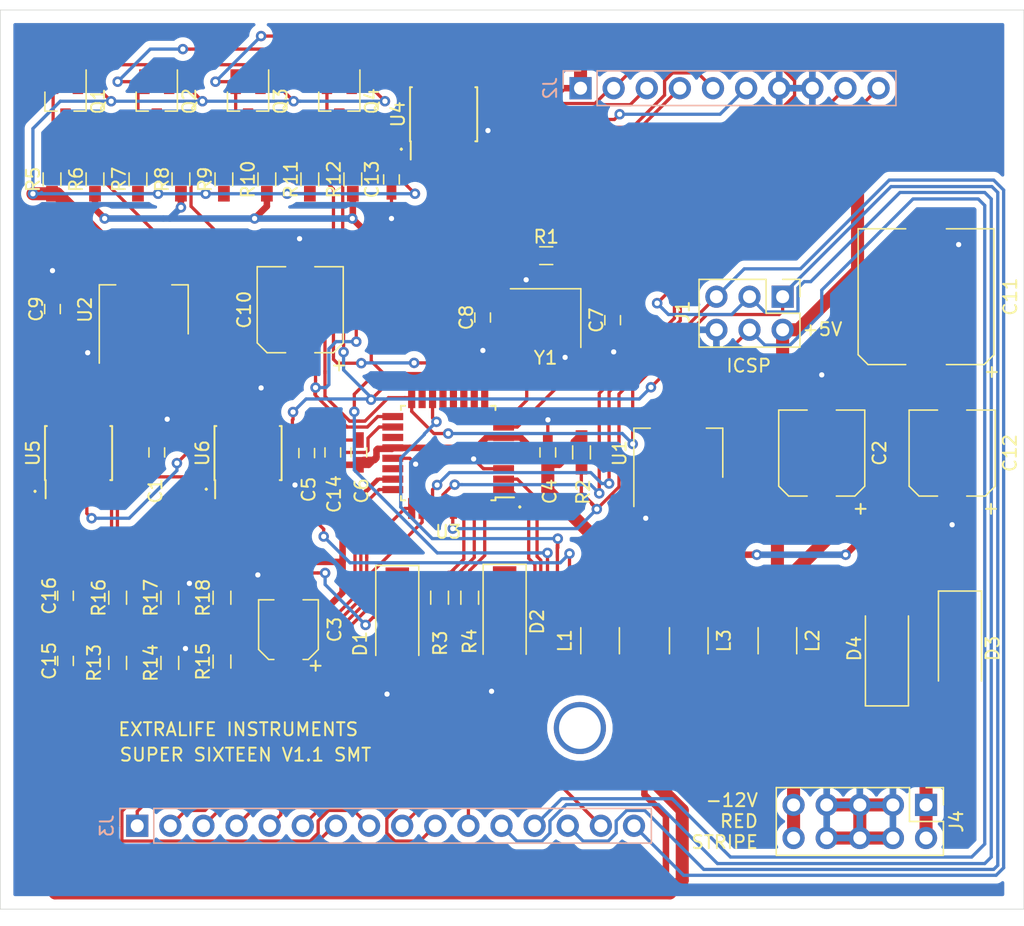
<source format=kicad_pcb>
(kicad_pcb (version 20171130) (host pcbnew "(5.1.2)-1")
  (layers (0 F.Cu signal) (31 B.Cu signal) (34 B.Paste user) (35 F.Paste user) (36 B.SilkS user) (37 F.SilkS user) (38 B.Mask user) (39 F.Mask user) (44 Edge.Cuts user))
  (net 0 "")
  (net 1 +12V)
  (net 2 GND)
  (net 3 +5V)
  (net 4 "Net-(C5-Pad1)")
  (net 5 "Net-(C7-Pad2)")
  (net 6 "Net-(C8-Pad2)")
  (net 7 +3V3)
  (net 8 -12VA)
  (net 9 "Net-(C15-Pad2)")
  (net 10 "Net-(C15-Pad1)")
  (net 11 "Net-(C16-Pad2)")
  (net 12 "Net-(C16-Pad1)")
  (net 13 "Net-(D1-Pad1)")
  (net 14 "Net-(D2-Pad1)")
  (net 15 RESET)
  (net 16 MOSI)
  (net 17 SCK)
  (net 18 MISO)
  (net 19 ENC1)
  (net 20 ENC2)
  (net 21 DIG3)
  (net 22 DIG2)
  (net 23 DIG1)
  (net 24 CS1)
  (net 25 CS0)
  (net 26 ClockIn)
  (net 27 ResetIn)
  (net 28 CV)
  (net 29 Pitch)
  (net 30 ClockOut)
  (net 31 Gate)
  (net 32 AD4)
  (net 33 AD3)
  (net 34 AD2)
  (net 35 AD1)
  (net 36 "Net-(D4-Pad1)")
  (net 37 "Net-(D3-Pad2)")
  (net 38 "Net-(D3-Pad1)")
  (net 39 "Net-(D4-Pad2)")
  (net 40 "Net-(Q1-Pad2)")
  (net 41 "Net-(Q2-Pad2)")
  (net 42 "Net-(Q3-Pad2)")
  (net 43 CS2)
  (net 44 "Net-(Q4-Pad2)")
  (net 45 CS3)
  (net 46 "Net-(U5-Pad3)")
  (net 47 "Net-(U5-Pad5)")
  (module Housings_QFP:TQFP-32_7x7mm_Pitch0.8mm (layer F.Cu) (at 46.35 46 180)
    (fp_text reference U3 (at 0 -6.05) (layer F.SilkS))
    (fp_text value ATmega328-AU)
    (pad 1 smd rect (at -4.25 -2.8 180) (size 1.6 0.55) (layers F.Cu F.Paste F.Mask) (net 26 ClockIn))
    (pad 2 smd rect (at -4.25 -2 180) (size 1.6 0.55) (layers F.Cu F.Paste F.Mask) (net 27 ResetIn))
    (pad 3 smd rect (at -4.25 -1.2 180) (size 1.6 0.55) (layers F.Cu F.Paste F.Mask) (net 2 GND))
    (pad 4 smd rect (at -4.25 -0.4 180) (size 1.6 0.55) (layers F.Cu F.Paste F.Mask) (net 3 +5V))
    (pad 5 smd rect (at -4.25 0.4 180) (size 1.6 0.55) (layers F.Cu F.Paste F.Mask) (net 2 GND))
    (pad 6 smd rect (at -4.25 1.2 180) (size 1.6 0.55) (layers F.Cu F.Paste F.Mask) (net 3 +5V))
    (pad 7 smd rect (at -4.25 2 180) (size 1.6 0.55) (layers F.Cu F.Paste F.Mask) (net 5 "Net-(C7-Pad2)"))
    (pad 8 smd rect (at -4.25 2.8 180) (size 1.6 0.55) (layers F.Cu F.Paste F.Mask) (net 6 "Net-(C8-Pad2)"))
    (pad 9 smd rect (at -2.8 4.25 270) (size 1.6 0.55) (layers F.Cu F.Paste F.Mask) (net 23 DIG1))
    (pad 10 smd rect (at -2 4.25 270) (size 1.6 0.55) (layers F.Cu F.Paste F.Mask) (net 22 DIG2))
    (pad 11 smd rect (at -1.2 4.25 270) (size 1.6 0.55) (layers F.Cu F.Paste F.Mask) (net 21 DIG3))
    (pad 12 smd rect (at -0.4 4.25 270) (size 1.6 0.55) (layers F.Cu F.Paste F.Mask) (net 43 CS2))
    (pad 13 smd rect (at 0.4 4.25 270) (size 1.6 0.55) (layers F.Cu F.Paste F.Mask) (net 24 CS1))
    (pad 14 smd rect (at 1.2 4.25 270) (size 1.6 0.55) (layers F.Cu F.Paste F.Mask) (net 25 CS0))
    (pad 15 smd rect (at 2 4.25 270) (size 1.6 0.55) (layers F.Cu F.Paste F.Mask) (net 16 MOSI))
    (pad 16 smd rect (at 2.8 4.25 270) (size 1.6 0.55) (layers F.Cu F.Paste F.Mask) (net 18 MISO))
    (pad 17 smd rect (at 4.25 2.8 180) (size 1.6 0.55) (layers F.Cu F.Paste F.Mask) (net 17 SCK))
    (pad 18 smd rect (at 4.25 2 180) (size 1.6 0.55) (layers F.Cu F.Paste F.Mask) (net 4 "Net-(C5-Pad1)"))
    (pad 19 smd rect (at 4.25 1.2 180) (size 1.6 0.55) (layers F.Cu F.Paste F.Mask))
    (pad 20 smd rect (at 4.25 0.4 180) (size 1.6 0.55) (layers F.Cu F.Paste F.Mask) (net 3 +5V))
    (pad 21 smd rect (at 4.25 -0.4 180) (size 1.6 0.55) (layers F.Cu F.Paste F.Mask) (net 2 GND))
    (pad 22 smd rect (at 4.25 -1.2 180) (size 1.6 0.55) (layers F.Cu F.Paste F.Mask))
    (pad 23 smd rect (at 4.25 -2 180) (size 1.6 0.55) (layers F.Cu F.Paste F.Mask) (net 35 AD1))
    (pad 24 smd rect (at 4.25 -2.8 180) (size 1.6 0.55) (layers F.Cu F.Paste F.Mask) (net 34 AD2))
    (pad 25 smd rect (at 2.8 -4.25 270) (size 1.6 0.55) (layers F.Cu F.Paste F.Mask) (net 33 AD3))
    (pad 26 smd rect (at 2 -4.25 270) (size 1.6 0.55) (layers F.Cu F.Paste F.Mask) (net 32 AD4))
    (pad 27 smd rect (at 1.2 -4.25 270) (size 1.6 0.55) (layers F.Cu F.Paste F.Mask) (net 19 ENC1))
    (pad 28 smd rect (at 0.4 -4.25 270) (size 1.6 0.55) (layers F.Cu F.Paste F.Mask) (net 20 ENC2))
    (pad 29 smd rect (at -0.4 -4.25 270) (size 1.6 0.55) (layers F.Cu F.Paste F.Mask) (net 15 RESET))
    (pad 30 smd rect (at -1.2 -4.25 270) (size 1.6 0.55) (layers F.Cu F.Paste F.Mask) (net 13 "Net-(D1-Pad1)"))
    (pad 31 smd rect (at -2 -4.25 270) (size 1.6 0.55) (layers F.Cu F.Paste F.Mask) (net 45 CS3))
    (pad 32 smd rect (at -2.8 -4.25 270) (size 1.6 0.55) (layers F.Cu F.Paste F.Mask) (net 14 "Net-(D2-Pad1)"))
  )
  (module Housings_SOIC:SOIC-8_3.9x4.9mm_Pitch1.27mm (layer F.Cu) (at 18 46 90)
    (fp_text reference U5 (at 0 -3.5 90) (layer F.SilkS))
    (fp_text value TL072)
    (pad 1 smd rect (at -2.7 -1.905 90) (size 1.55 0.6) (layers F.Cu F.Paste F.Mask) (net 10 "Net-(C15-Pad1)"))
    (pad 2 smd rect (at -2.7 -0.635 90) (size 1.55 0.6) (layers F.Cu F.Paste F.Mask) (net 9 "Net-(C15-Pad2)"))
    (pad 3 smd rect (at -2.7 0.635 90) (size 1.55 0.6) (layers F.Cu F.Paste F.Mask) (net 46 "Net-(U5-Pad3)"))
    (pad 4 smd rect (at -2.7 1.905 90) (size 1.55 0.6) (layers F.Cu F.Paste F.Mask) (net 8 -12VA))
    (pad 5 smd rect (at 2.7 1.905 90) (size 1.55 0.6) (layers F.Cu F.Paste F.Mask) (net 47 "Net-(U5-Pad5)"))
    (pad 6 smd rect (at 2.7 0.635 90) (size 1.55 0.6) (layers F.Cu F.Paste F.Mask) (net 11 "Net-(C16-Pad2)"))
    (pad 7 smd rect (at 2.7 -0.635 90) (size 1.55 0.6) (layers F.Cu F.Paste F.Mask) (net 12 "Net-(C16-Pad1)"))
    (pad 8 smd rect (at 2.7 -1.905 90) (size 1.55 0.6) (layers F.Cu F.Paste F.Mask) (net 1 +12V))
  )
  (module Capacitors_SMD:CP_Elec_10x10 (layer F.Cu) (at 83 34 90)
    (fp_text reference C11 (at 0 6.46 90) (layer F.SilkS))
    (fp_text value 220uF)
    (fp_text user + (at -5.78 4.97 90) (layer F.SilkS))
    (pad 1 smd rect (at -4 0 270) (size 4 2.5) (layers F.Cu F.Paste F.Mask) (net 1 +12V))
    (pad 2 smd rect (at 4 0 270) (size 4 2.5) (layers F.Cu F.Paste F.Mask) (net 2 GND))
  )
  (module Crystals:Crystal_SMD_3225-4pin_3.2x2.5mm_HandSoldering (layer F.Cu) (at 53.8226 35.64128 180)
    (fp_text reference Y1 (at 0 -3.05) (layer F.SilkS))
    (fp_text value 16mHz)
    (pad 1 smd rect (at -1.45 1.15 180) (size 2.1 1.8) (layers F.Cu F.Paste F.Mask) (net 5 "Net-(C7-Pad2)"))
    (pad 2 smd rect (at 1.45 1.15 180) (size 2.1 1.8) (layers F.Cu F.Paste F.Mask) (net 2 GND))
    (pad 3 smd rect (at 1.45 -1.15 180) (size 2.1 1.8) (layers F.Cu F.Paste F.Mask) (net 6 "Net-(C8-Pad2)"))
    (pad 4 smd rect (at -1.45 -1.15 180) (size 2.1 1.8) (layers F.Cu F.Paste F.Mask) (net 2 GND))
  )
  (module Inductors_SMD:L_1210_HandSoldering (layer F.Cu) (at 64.8 60.4 270)
    (fp_text reference L3 (at 0 -2.7 90) (layer F.SilkS))
    (fp_text value 220uH)
    (pad 1 smd rect (at -2 0 270) (size 2 2.5) (layers F.Cu F.Paste F.Mask) (net 8 -12VA))
    (pad 2 smd rect (at 2 0 270) (size 2 2.5) (layers F.Cu F.Paste F.Mask) (net 39 "Net-(D4-Pad2)"))
  )
  (module Inductors_SMD:L_1210_HandSoldering (layer F.Cu) (at 71.6 60.4 270)
    (fp_text reference L2 (at 0 -2.7 90) (layer F.SilkS))
    (fp_text value 220uH)
    (pad 1 smd rect (at -2 0 270) (size 2 2.5) (layers F.Cu F.Paste F.Mask) (net 1 +12V))
    (pad 2 smd rect (at 2 0 270) (size 2 2.5) (layers F.Cu F.Paste F.Mask) (net 38 "Net-(D3-Pad1)"))
  )
  (module Inductors_SMD:L_1210_HandSoldering (layer F.Cu) (at 58 60.4 90)
    (fp_text reference L1 (at 0 -2.7 90) (layer F.SilkS))
    (fp_text value 220uH)
    (pad 1 smd rect (at -2 0 90) (size 2 2.5) (layers F.Cu F.Paste F.Mask) (net 4 "Net-(C5-Pad1)"))
    (pad 2 smd rect (at 2 0 90) (size 2 2.5) (layers F.Cu F.Paste F.Mask) (net 3 +5V))
  )
  (module Diodes_SMD:D_SMA_Handsoldering (layer F.Cu) (at 80 61 90)
    (fp_text reference D4 (at 0 -2.5 90) (layer F.SilkS))
    (fp_text value M7)
    (pad 1 smd rect (at -2.5 0 90) (size 3.5 1.8) (layers F.Cu F.Paste F.Mask) (net 36 "Net-(D4-Pad1)"))
    (pad 2 smd rect (at 2.5 0 90) (size 3.5 1.8) (layers F.Cu F.Paste F.Mask) (net 39 "Net-(D4-Pad2)"))
  )
  (module Diodes_SMD:D_SMA_Handsoldering (layer F.Cu) (at 85.60054 60.98794 270)
    (fp_text reference D3 (at 0 -2.5 90) (layer F.SilkS))
    (fp_text value M7)
    (pad 1 smd rect (at -2.5 0 270) (size 3.5 1.8) (layers F.Cu F.Paste F.Mask) (net 38 "Net-(D3-Pad1)"))
    (pad 2 smd rect (at 2.5 0 270) (size 3.5 1.8) (layers F.Cu F.Paste F.Mask) (net 37 "Net-(D3-Pad2)"))
  )
  (module Diodes_SMD:D_SMA_Handsoldering (layer F.Cu) (at 50.67808 58.93816 270)
    (fp_text reference D2 (at 0 -2.5 90) (layer F.SilkS))
    (fp_text value 1SMA4733A)
    (pad 1 smd rect (at -2.5 0 270) (size 3.5 1.8) (layers F.Cu F.Paste F.Mask) (net 14 "Net-(D2-Pad1)"))
    (pad 2 smd rect (at 2.5 0 270) (size 3.5 1.8) (layers F.Cu F.Paste F.Mask) (net 2 GND))
  )
  (module Diodes_SMD:D_SMA_Handsoldering (layer F.Cu) (at 42.44594 59.02706 270)
    (fp_text reference D1 (at 1.6002 2.84988 90) (layer F.SilkS))
    (fp_text value 1SMA4733A)
    (pad 1 smd rect (at -2.5 0 270) (size 3.5 1.8) (layers F.Cu F.Paste F.Mask) (net 13 "Net-(D1-Pad1)"))
    (pad 2 smd rect (at 2.5 0 270) (size 3.5 1.8) (layers F.Cu F.Paste F.Mask) (net 2 GND))
  )
  (module Capacitors_SMD:CP_Elec_6.3x7.7 (layer F.Cu) (at 35 35 90)
    (fp_text reference C10 (at 0 -4.3 90) (layer F.SilkS))
    (fp_text value 47uF)
    (fp_text user + (at -4.28 2.91 90) (layer F.SilkS))
    (pad 1 smd rect (at -2.7 0 270) (size 3.5 1.6) (layers F.Cu F.Paste F.Mask) (net 7 +3V3))
    (pad 2 smd rect (at 2.7 0 270) (size 3.5 1.6) (layers F.Cu F.Paste F.Mask) (net 2 GND))
  )
  (module Pin_Headers:Pin_Header_Straight_2x03_Pitch2.54mm (layer F.Cu) (at 72 34 270)
    (fp_text reference J1 (at 1.15 7.65 90) (layer F.SilkS))
    (fp_text value "ICSP Header")
    (pad 1 thru_hole rect (at 0 0 270) (size 1.7 1.7) (drill 1) (layers *.Cu *.Mask) (net 18 MISO))
    (pad 2 thru_hole oval (at 2.54 0 270) (size 1.7 1.7) (drill 1) (layers *.Cu *.Mask) (net 3 +5V))
    (pad 3 thru_hole oval (at 0 2.54 270) (size 1.7 1.7) (drill 1) (layers *.Cu *.Mask) (net 17 SCK))
    (pad 4 thru_hole oval (at 2.54 2.54 270) (size 1.7 1.7) (drill 1) (layers *.Cu *.Mask) (net 16 MOSI))
    (pad 5 thru_hole oval (at 0 5.08 270) (size 1.7 1.7) (drill 1) (layers *.Cu *.Mask) (net 15 RESET))
    (pad 6 thru_hole oval (at 2.54 5.08 270) (size 1.7 1.7) (drill 1) (layers *.Cu *.Mask) (net 2 GND))
  )
  (module Housings_SOIC:SOIC-8_3.9x4.9mm_Pitch1.27mm (layer F.Cu) (at 31 46 90)
    (fp_text reference U6 (at 0 -3.5 90) (layer F.SilkS))
    (fp_text value MCP4822)
    (pad 1 smd rect (at -2.7 -1.905 90) (size 1.55 0.6) (layers F.Cu F.Paste F.Mask) (net 3 +5V))
    (pad 2 smd rect (at -2.7 -0.635 90) (size 1.55 0.6) (layers F.Cu F.Paste F.Mask) (net 45 CS3))
    (pad 3 smd rect (at -2.7 0.635 90) (size 1.55 0.6) (layers F.Cu F.Paste F.Mask) (net 17 SCK))
    (pad 4 smd rect (at -2.7 1.905 90) (size 1.55 0.6) (layers F.Cu F.Paste F.Mask) (net 16 MOSI))
    (pad 5 smd rect (at 2.7 1.905 90) (size 1.55 0.6) (layers F.Cu F.Paste F.Mask) (net 2 GND))
    (pad 6 smd rect (at 2.7 0.635 90) (size 1.55 0.6) (layers F.Cu F.Paste F.Mask) (net 47 "Net-(U5-Pad5)"))
    (pad 7 smd rect (at 2.7 -0.635 90) (size 1.55 0.6) (layers F.Cu F.Paste F.Mask) (net 2 GND))
    (pad 8 smd rect (at 2.7 -1.905 90) (size 1.55 0.6) (layers F.Cu F.Paste F.Mask) (net 46 "Net-(U5-Pad3)"))
  )
  (module Housings_SOIC:SOIC-8_3.9x4.9mm_Pitch1.27mm (layer F.Cu) (at 46 20 90)
    (fp_text reference U4 (at 0 -3.5 90) (layer F.SilkS))
    (fp_text value W25Q80DVSN)
    (pad 1 smd rect (at -2.7 -1.905 90) (size 1.55 0.6) (layers F.Cu F.Paste F.Mask) (net 42 "Net-(Q3-Pad2)"))
    (pad 2 smd rect (at -2.7 -0.635 90) (size 1.55 0.6) (layers F.Cu F.Paste F.Mask) (net 41 "Net-(Q2-Pad2)"))
    (pad 3 smd rect (at -2.7 0.635 90) (size 1.55 0.6) (layers F.Cu F.Paste F.Mask) (net 7 +3V3))
    (pad 4 smd rect (at -2.7 1.905 90) (size 1.55 0.6) (layers F.Cu F.Paste F.Mask) (net 2 GND))
    (pad 5 smd rect (at 2.7 1.905 90) (size 1.55 0.6) (layers F.Cu F.Paste F.Mask) (net 44 "Net-(Q4-Pad2)"))
    (pad 6 smd rect (at 2.7 0.635 90) (size 1.55 0.6) (layers F.Cu F.Paste F.Mask) (net 40 "Net-(Q1-Pad2)"))
    (pad 7 smd rect (at 2.7 -0.635 90) (size 1.55 0.6) (layers F.Cu F.Paste F.Mask) (net 7 +3V3))
    (pad 8 smd rect (at 2.7 -1.905 90) (size 1.55 0.6) (layers F.Cu F.Paste F.Mask) (net 7 +3V3))
  )
  (module TO_SOT_Packages_SMD:SOT-223-3_TabPin2 (layer F.Cu) (at 23 35 90)
    (fp_text reference U2 (at 0 -4.5 90) (layer F.SilkS))
    (fp_text value AMS1117-3.3)
    (pad 2 smd rect (at 3.15 0 90) (size 2 3.8) (layers F.Cu F.Paste F.Mask) (net 7 +3V3))
    (pad 2 smd rect (at -3.15 0 90) (size 2 1.5) (layers F.Cu F.Paste F.Mask) (net 7 +3V3))
    (pad 3 smd rect (at -3.15 2.3 90) (size 2 1.5) (layers F.Cu F.Paste F.Mask) (net 1 +12V))
    (pad 1 smd rect (at -3.15 -2.3 90) (size 2 1.5) (layers F.Cu F.Paste F.Mask) (net 2 GND))
  )
  (module TO_SOT_Packages_SMD:SOT-223-3_TabPin2 (layer F.Cu) (at 64 46 90)
    (fp_text reference U1 (at 0 -4.5 90) (layer F.SilkS))
    (fp_text value AMS1117-5.0)
    (pad 2 smd rect (at 3.15 0 90) (size 2 3.8) (layers F.Cu F.Paste F.Mask) (net 3 +5V))
    (pad 2 smd rect (at -3.15 0 90) (size 2 1.5) (layers F.Cu F.Paste F.Mask) (net 3 +5V))
    (pad 3 smd rect (at -3.15 2.3 90) (size 2 1.5) (layers F.Cu F.Paste F.Mask) (net 1 +12V))
    (pad 1 smd rect (at -3.15 -2.3 90) (size 2 1.5) (layers F.Cu F.Paste F.Mask) (net 2 GND))
  )
  (module Resistors_SMD:R_0603_HandSoldering (layer F.Cu) (at 29 57.1 90)
    (fp_text reference R18 (at 0 -1.45 90) (layer F.SilkS))
    (fp_text value 10k)
    (pad 1 smd rect (at -1.1 0 90) (size 1.2 0.9) (layers F.Cu F.Paste F.Mask) (net 28 CV))
    (pad 2 smd rect (at 1.1 0 90) (size 1.2 0.9) (layers F.Cu F.Paste F.Mask) (net 11 "Net-(C16-Pad2)"))
  )
  (module Resistors_SMD:R_0603_HandSoldering (layer F.Cu) (at 25 57.1 90)
    (fp_text reference R17 (at 0 -1.45 90) (layer F.SilkS))
    (fp_text value 10k)
    (pad 1 smd rect (at -1.1 0 90) (size 1.2 0.9) (layers F.Cu F.Paste F.Mask) (net 11 "Net-(C16-Pad2)"))
    (pad 2 smd rect (at 1.1 0 90) (size 1.2 0.9) (layers F.Cu F.Paste F.Mask) (net 2 GND))
  )
  (module Resistors_SMD:R_0603_HandSoldering (layer F.Cu) (at 21 57.1 90)
    (fp_text reference R16 (at 0 -1.45 90) (layer F.SilkS))
    (fp_text value 1k)
    (pad 1 smd rect (at -1.1 0 90) (size 1.2 0.9) (layers F.Cu F.Paste F.Mask) (net 28 CV))
    (pad 2 smd rect (at 1.1 0 90) (size 1.2 0.9) (layers F.Cu F.Paste F.Mask) (net 12 "Net-(C16-Pad1)"))
  )
  (module Resistors_SMD:R_0603_HandSoldering (layer F.Cu) (at 29 62 90)
    (fp_text reference R15 (at 0 -1.45 90) (layer F.SilkS))
    (fp_text value 10k)
    (pad 1 smd rect (at -1.1 0 90) (size 1.2 0.9) (layers F.Cu F.Paste F.Mask) (net 29 Pitch))
    (pad 2 smd rect (at 1.1 0 90) (size 1.2 0.9) (layers F.Cu F.Paste F.Mask) (net 9 "Net-(C15-Pad2)"))
  )
  (module Resistors_SMD:R_0603_HandSoldering (layer F.Cu) (at 25 62.1 90)
    (fp_text reference R14 (at 0 -1.45 90) (layer F.SilkS))
    (fp_text value 10k)
    (pad 1 smd rect (at -1.1 0 90) (size 1.2 0.9) (layers F.Cu F.Paste F.Mask) (net 9 "Net-(C15-Pad2)"))
    (pad 2 smd rect (at 1.1 0 90) (size 1.2 0.9) (layers F.Cu F.Paste F.Mask) (net 2 GND))
  )
  (module Resistors_SMD:R_0603_HandSoldering (layer F.Cu) (at 21 62.1 90)
    (fp_text reference R13 (at 0 -1.805 90) (layer F.SilkS))
    (fp_text value 1k)
    (pad 1 smd rect (at -1.1 0 90) (size 1.2 0.9) (layers F.Cu F.Paste F.Mask) (net 29 Pitch))
    (pad 2 smd rect (at 1.1 0 90) (size 1.2 0.9) (layers F.Cu F.Paste F.Mask) (net 10 "Net-(C15-Pad1)"))
  )
  (module Resistors_SMD:R_0603_HandSoldering (layer F.Cu) (at 39.035 25 90)
    (fp_text reference R12 (at 0 -1.45 90) (layer F.SilkS))
    (fp_text value 1K)
    (pad 1 smd rect (at -1.1 0 90) (size 1.2 0.9) (layers F.Cu F.Paste F.Mask) (net 3 +5V))
    (pad 2 smd rect (at 1.1 0 90) (size 1.2 0.9) (layers F.Cu F.Paste F.Mask) (net 16 MOSI))
  )
  (module Resistors_SMD:R_0603_HandSoldering (layer F.Cu) (at 35.739284 25 90)
    (fp_text reference R11 (at 0 -1.45 90) (layer F.SilkS))
    (fp_text value 1K)
    (pad 1 smd rect (at -1.1 0 90) (size 1.2 0.9) (layers F.Cu F.Paste F.Mask) (net 7 +3V3))
    (pad 2 smd rect (at 1.1 0 90) (size 1.2 0.9) (layers F.Cu F.Paste F.Mask) (net 44 "Net-(Q4-Pad2)"))
  )
  (module Resistors_SMD:R_0603_HandSoldering (layer F.Cu) (at 32.44357 25 90)
    (fp_text reference R10 (at 0 -1.45 90) (layer F.SilkS))
    (fp_text value 1K)
    (pad 1 smd rect (at -1.1 0 90) (size 1.2 0.9) (layers F.Cu F.Paste F.Mask) (net 3 +5V))
    (pad 2 smd rect (at 1.1 0 90) (size 1.2 0.9) (layers F.Cu F.Paste F.Mask) (net 43 CS2))
  )
  (module Resistors_SMD:R_0603_HandSoldering (layer F.Cu) (at 29.147856 25 90)
    (fp_text reference R9 (at 0 -1.45 90) (layer F.SilkS))
    (fp_text value 1K)
    (pad 1 smd rect (at -1.1 0 90) (size 1.2 0.9) (layers F.Cu F.Paste F.Mask) (net 7 +3V3))
    (pad 2 smd rect (at 1.1 0 90) (size 1.2 0.9) (layers F.Cu F.Paste F.Mask) (net 42 "Net-(Q3-Pad2)"))
  )
  (module Resistors_SMD:R_0603_HandSoldering (layer F.Cu) (at 25.852142 25 90)
    (fp_text reference R8 (at 0 -1.45 90) (layer F.SilkS))
    (fp_text value 1K)
    (pad 1 smd rect (at -1.1 0 90) (size 1.2 0.9) (layers F.Cu F.Paste F.Mask) (net 3 +5V))
    (pad 2 smd rect (at 1.1 0 90) (size 1.2 0.9) (layers F.Cu F.Paste F.Mask) (net 18 MISO))
  )
  (module Resistors_SMD:R_0603_HandSoldering (layer F.Cu) (at 22.556428 25 90)
    (fp_text reference R7 (at 0 -1.45 90) (layer F.SilkS))
    (fp_text value 1K)
    (pad 1 smd rect (at -1.1 0 90) (size 1.2 0.9) (layers F.Cu F.Paste F.Mask) (net 7 +3V3))
    (pad 2 smd rect (at 1.1 0 90) (size 1.2 0.9) (layers F.Cu F.Paste F.Mask) (net 41 "Net-(Q2-Pad2)"))
  )
  (module Resistors_SMD:R_0603_HandSoldering (layer F.Cu) (at 19.260714 25 90)
    (fp_text reference R6 (at 0 -1.45 90) (layer F.SilkS))
    (fp_text value 1K)
    (pad 1 smd rect (at -1.1 0 90) (size 1.2 0.9) (layers F.Cu F.Paste F.Mask) (net 3 +5V))
    (pad 2 smd rect (at 1.1 0 90) (size 1.2 0.9) (layers F.Cu F.Paste F.Mask) (net 17 SCK))
  )
  (module Resistors_SMD:R_0603_HandSoldering (layer F.Cu) (at 15.965 25 90)
    (fp_text reference R5 (at 0 -1.45 90) (layer F.SilkS))
    (fp_text value 1K)
    (pad 1 smd rect (at -1.1 0 90) (size 1.2 0.9) (layers F.Cu F.Paste F.Mask) (net 7 +3V3))
    (pad 2 smd rect (at 1.1 0 90) (size 1.2 0.9) (layers F.Cu F.Paste F.Mask) (net 40 "Net-(Q1-Pad2)"))
  )
  (module Resistors_SMD:R_0603_HandSoldering (layer F.Cu) (at 48 57.1 90)
    (fp_text reference R4 (at -3.35 0 90) (layer F.SilkS))
    (fp_text value 1k)
    (pad 1 smd rect (at -1.1 0 90) (size 1.2 0.9) (layers F.Cu F.Paste F.Mask) (net 30 ClockOut))
    (pad 2 smd rect (at 1.1 0 90) (size 1.2 0.9) (layers F.Cu F.Paste F.Mask) (net 14 "Net-(D2-Pad1)"))
  )
  (module Resistors_SMD:R_0603_HandSoldering (layer F.Cu) (at 45.68952 57.09666 90)
    (fp_text reference R3 (at -3.5 0.05 90) (layer F.SilkS))
    (fp_text value 1k)
    (pad 1 smd rect (at -1.1 0 90) (size 1.2 0.9) (layers F.Cu F.Paste F.Mask) (net 31 Gate))
    (pad 2 smd rect (at 1.1 0 90) (size 1.2 0.9) (layers F.Cu F.Paste F.Mask) (net 13 "Net-(D1-Pad1)"))
  )
  (module Resistors_SMD:R_0603_HandSoldering (layer F.Cu) (at 56.57596 45.9486 270)
    (fp_text reference R2 (at 3.04292 -0.12954 90) (layer F.SilkS))
    (fp_text value 10k)
    (pad 1 smd rect (at -1.1 0 270) (size 1.2 0.9) (layers F.Cu F.Paste F.Mask) (net 3 +5V))
    (pad 2 smd rect (at 1.1 0 270) (size 1.2 0.9) (layers F.Cu F.Paste F.Mask) (net 15 RESET))
  )
  (module Resistors_SMD:R_0603_HandSoldering (layer F.Cu) (at 53.86832 30.85338)
    (fp_text reference R1 (at 0 -1.45) (layer F.SilkS))
    (fp_text value 1M)
    (pad 1 smd rect (at -1.1 0) (size 1.2 0.9) (layers F.Cu F.Paste F.Mask) (net 6 "Net-(C8-Pad2)"))
    (pad 2 smd rect (at 1.1 0) (size 1.2 0.9) (layers F.Cu F.Paste F.Mask) (net 5 "Net-(C7-Pad2)"))
  )
  (module TO_SOT_Packages_SMD:SOT-23_Handsoldering (layer F.Cu) (at 38 19 270)
    (fp_text reference Q4 (at 0 -2.5 90) (layer F.SilkS))
    (fp_text value 2N7002)
    (pad 1 smd rect (at -1.5 -0.95 270) (size 1.9 0.8) (layers F.Cu F.Paste F.Mask) (net 7 +3V3))
    (pad 2 smd rect (at -1.5 0.95 270) (size 1.9 0.8) (layers F.Cu F.Paste F.Mask) (net 44 "Net-(Q4-Pad2)"))
    (pad 3 smd rect (at 1.5 0 270) (size 1.9 0.8) (layers F.Cu F.Paste F.Mask) (net 16 MOSI))
  )
  (module TO_SOT_Packages_SMD:SOT-23_Handsoldering (layer F.Cu) (at 31 19 270)
    (fp_text reference Q3 (at 0 -2.5 90) (layer F.SilkS))
    (fp_text value 2N7002)
    (pad 1 smd rect (at -1.5 -0.95 270) (size 1.9 0.8) (layers F.Cu F.Paste F.Mask) (net 7 +3V3))
    (pad 2 smd rect (at -1.5 0.95 270) (size 1.9 0.8) (layers F.Cu F.Paste F.Mask) (net 42 "Net-(Q3-Pad2)"))
    (pad 3 smd rect (at 1.5 0 270) (size 1.9 0.8) (layers F.Cu F.Paste F.Mask) (net 43 CS2))
  )
  (module TO_SOT_Packages_SMD:SOT-23_Handsoldering (layer F.Cu) (at 24 19 270)
    (fp_text reference Q2 (at 0 -2.5 90) (layer F.SilkS))
    (fp_text value 2N7002)
    (pad 1 smd rect (at -1.5 -0.95 270) (size 1.9 0.8) (layers F.Cu F.Paste F.Mask) (net 7 +3V3))
    (pad 2 smd rect (at -1.5 0.95 270) (size 1.9 0.8) (layers F.Cu F.Paste F.Mask) (net 41 "Net-(Q2-Pad2)"))
    (pad 3 smd rect (at 1.5 0 270) (size 1.9 0.8) (layers F.Cu F.Paste F.Mask) (net 18 MISO))
  )
  (module TO_SOT_Packages_SMD:SOT-23_Handsoldering (layer F.Cu) (at 17 19 270)
    (fp_text reference Q1 (at 0 -2.5 90) (layer F.SilkS))
    (fp_text value 2N7002)
    (pad 1 smd rect (at -1.5 -0.95 270) (size 1.9 0.8) (layers F.Cu F.Paste F.Mask) (net 7 +3V3))
    (pad 2 smd rect (at -1.5 0.95 270) (size 1.9 0.8) (layers F.Cu F.Paste F.Mask) (net 40 "Net-(Q1-Pad2)"))
    (pad 3 smd rect (at 1.5 0 270) (size 1.9 0.8) (layers F.Cu F.Paste F.Mask) (net 17 SCK))
  )
  (module Pin_Headers:Pin_Header_Straight_2x05_Pitch2.54mm (layer F.Cu) (at 83 73 270)
    (fp_text reference J4 (at 1.27 -2.33 90) (layer F.SilkS))
    (fp_text value Conn_02x05_Odd_Even)
    (pad 1 thru_hole rect (at 0 0 270) (size 1.7 1.7) (drill 1) (layers *.Cu *.Mask) (net 37 "Net-(D3-Pad2)"))
    (pad 2 thru_hole oval (at 2.54 0 270) (size 1.7 1.7) (drill 1) (layers *.Cu *.Mask) (net 37 "Net-(D3-Pad2)"))
    (pad 3 thru_hole oval (at 0 2.54 270) (size 1.7 1.7) (drill 1) (layers *.Cu *.Mask) (net 2 GND))
    (pad 4 thru_hole oval (at 2.54 2.54 270) (size 1.7 1.7) (drill 1) (layers *.Cu *.Mask) (net 2 GND))
    (pad 5 thru_hole oval (at 0 5.08 270) (size 1.7 1.7) (drill 1) (layers *.Cu *.Mask) (net 2 GND))
    (pad 6 thru_hole oval (at 2.54 5.08 270) (size 1.7 1.7) (drill 1) (layers *.Cu *.Mask) (net 2 GND))
    (pad 7 thru_hole oval (at 0 7.62 270) (size 1.7 1.7) (drill 1) (layers *.Cu *.Mask) (net 2 GND))
    (pad 8 thru_hole oval (at 2.54 7.62 270) (size 1.7 1.7) (drill 1) (layers *.Cu *.Mask) (net 2 GND))
    (pad 9 thru_hole oval (at 0 10.16 270) (size 1.7 1.7) (drill 1) (layers *.Cu *.Mask) (net 36 "Net-(D4-Pad1)"))
    (pad 10 thru_hole oval (at 2.54 10.16 270) (size 1.7 1.7) (drill 1) (layers *.Cu *.Mask) (net 36 "Net-(D4-Pad1)"))
  )
  (module Pin_Headers:Pin_Header_Straight_1x16_Pitch2.54mm (layer B.Cu) (at 22.5 74.6 270)
    (fp_text reference J3 (at 0 2.33 270) (layer B.SilkS) (effects (justify mirror)))
    (fp_text value Conn_01x16_Female)
    (pad 1 thru_hole rect (at 0 0 270) (size 1.7 1.7) (drill 1) (layers *.Cu *.Mask) (net 35 AD1))
    (pad 2 thru_hole oval (at 0 -2.54 270) (size 1.7 1.7) (drill 1) (layers *.Cu *.Mask) (net 34 AD2))
    (pad 3 thru_hole oval (at 0 -5.08 270) (size 1.7 1.7) (drill 1) (layers *.Cu *.Mask) (net 33 AD3))
    (pad 4 thru_hole oval (at 0 -7.62 270) (size 1.7 1.7) (drill 1) (layers *.Cu *.Mask) (net 32 AD4))
    (pad 5 thru_hole oval (at 0 -10.16 270) (size 1.7 1.7) (drill 1) (layers *.Cu *.Mask) (net 31 Gate))
    (pad 6 thru_hole oval (at 0 -12.7 270) (size 1.7 1.7) (drill 1) (layers *.Cu *.Mask) (net 30 ClockOut))
    (pad 7 thru_hole oval (at 0 -15.24 270) (size 1.7 1.7) (drill 1) (layers *.Cu *.Mask) (net 29 Pitch))
    (pad 8 thru_hole oval (at 0 -17.78 270) (size 1.7 1.7) (drill 1) (layers *.Cu *.Mask) (net 28 CV))
    (pad 9 thru_hole oval (at 0 -20.32 270) (size 1.7 1.7) (drill 1) (layers *.Cu *.Mask) (net 27 ResetIn))
    (pad 10 thru_hole oval (at 0 -22.86 270) (size 1.7 1.7) (drill 1) (layers *.Cu *.Mask) (net 26 ClockIn))
    (pad 11 thru_hole oval (at 0 -25.4 270) (size 1.7 1.7) (drill 1) (layers *.Cu *.Mask) (net 24 CS1))
    (pad 12 thru_hole oval (at 0 -27.94 270) (size 1.7 1.7) (drill 1) (layers *.Cu *.Mask) (net 17 SCK))
    (pad 13 thru_hole oval (at 0 -30.48 270) (size 1.7 1.7) (drill 1) (layers *.Cu *.Mask) (net 16 MOSI))
    (pad 14 thru_hole oval (at 0 -33.02 270) (size 1.7 1.7) (drill 1) (layers *.Cu *.Mask) (net 18 MISO))
    (pad 15 thru_hole oval (at 0 -35.56 270) (size 1.7 1.7) (drill 1) (layers *.Cu *.Mask) (net 25 CS0))
    (pad 16 thru_hole oval (at 0 -38.1 270) (size 1.7 1.7) (drill 1) (layers *.Cu *.Mask) (net 15 RESET))
  )
  (module Pin_Headers:Pin_Header_Straight_1x10_Pitch2.54mm (layer B.Cu) (at 56.5 18 270)
    (fp_text reference J2 (at 0 2.33 270) (layer B.SilkS) (effects (justify mirror)))
    (fp_text value Conn_01x10_Male)
    (pad 1 thru_hole rect (at 0 0 270) (size 1.7 1.7) (drill 1) (layers *.Cu *.Mask) (net 3 +5V))
    (pad 2 thru_hole oval (at 0 -2.54 270) (size 1.7 1.7) (drill 1) (layers *.Cu *.Mask) (net 17 SCK))
    (pad 3 thru_hole oval (at 0 -5.08 270) (size 1.7 1.7) (drill 1) (layers *.Cu *.Mask) (net 24 CS1))
    (pad 4 thru_hole oval (at 0 -7.62 270) (size 1.7 1.7) (drill 1) (layers *.Cu *.Mask) (net 23 DIG1))
    (pad 5 thru_hole oval (at 0 -10.16 270) (size 1.7 1.7) (drill 1) (layers *.Cu *.Mask) (net 22 DIG2))
    (pad 6 thru_hole oval (at 0 -12.7 270) (size 1.7 1.7) (drill 1) (layers *.Cu *.Mask) (net 21 DIG3))
    (pad 7 thru_hole oval (at 0 -15.24 270) (size 1.7 1.7) (drill 1) (layers *.Cu *.Mask) (net 2 GND))
    (pad 8 thru_hole oval (at 0 -17.78 270) (size 1.7 1.7) (drill 1) (layers *.Cu *.Mask) (net 2 GND))
    (pad 9 thru_hole oval (at 0 -20.32 270) (size 1.7 1.7) (drill 1) (layers *.Cu *.Mask) (net 20 ENC2))
    (pad 10 thru_hole oval (at 0 -22.86 270) (size 1.7 1.7) (drill 1) (layers *.Cu *.Mask) (net 19 ENC1))
  )
  (module Capacitors_SMD:C_0603_HandSoldering (layer F.Cu) (at 17 56.95 90)
    (fp_text reference C16 (at 0 -1.25 90) (layer F.SilkS))
    (fp_text value 22pf)
    (pad 1 smd rect (at -0.95 0 90) (size 1.2 0.75) (layers F.Cu F.Paste F.Mask) (net 12 "Net-(C16-Pad1)"))
    (pad 2 smd rect (at 0.95 0 90) (size 1.2 0.75) (layers F.Cu F.Paste F.Mask) (net 11 "Net-(C16-Pad2)"))
  )
  (module Capacitors_SMD:C_0603_HandSoldering (layer F.Cu) (at 17 61.95 90)
    (fp_text reference C15 (at 0 -1.25 90) (layer F.SilkS))
    (fp_text value 22pf)
    (pad 1 smd rect (at -0.95 0 90) (size 1.2 0.75) (layers F.Cu F.Paste F.Mask) (net 10 "Net-(C15-Pad1)"))
    (pad 2 smd rect (at 0.95 0 90) (size 1.2 0.75) (layers F.Cu F.Paste F.Mask) (net 9 "Net-(C15-Pad2)"))
  )
  (module Capacitors_SMD:C_0603_HandSoldering (layer F.Cu) (at 37.5 45.95 90)
    (fp_text reference C14 (at -3.2 0.1 90) (layer F.SilkS))
    (fp_text value 100nF)
    (pad 1 smd rect (at -0.95 0 90) (size 1.2 0.75) (layers F.Cu F.Paste F.Mask) (net 3 +5V))
    (pad 2 smd rect (at 0.95 0 90) (size 1.2 0.75) (layers F.Cu F.Paste F.Mask) (net 2 GND))
  )
  (module Capacitors_SMD:C_0603_HandSoldering (layer F.Cu) (at 42 25 270)
    (fp_text reference C13 (at 0 1.5 90) (layer F.SilkS))
    (fp_text value 100nF)
    (pad 1 smd rect (at -0.95 0 270) (size 1.2 0.75) (layers F.Cu F.Paste F.Mask) (net 7 +3V3))
    (pad 2 smd rect (at 0.95 0 270) (size 1.2 0.75) (layers F.Cu F.Paste F.Mask) (net 2 GND))
  )
  (module Capacitors_SMD:CP_Elec_6.3x7.7 (layer F.Cu) (at 85 46 90)
    (fp_text reference C12 (at 0 4.43 90) (layer F.SilkS))
    (fp_text value 47uF)
    (fp_text user + (at -4.28 2.91 90) (layer F.SilkS))
    (pad 1 smd rect (at -2.7 0 270) (size 3.5 1.6) (layers F.Cu F.Paste F.Mask) (net 2 GND))
    (pad 2 smd rect (at 2.7 0 270) (size 3.5 1.6) (layers F.Cu F.Paste F.Mask) (net 8 -12VA))
  )
  (module Capacitors_SMD:C_0603_HandSoldering (layer F.Cu) (at 16 34.95 90)
    (fp_text reference C9 (at 0 -1.25 90) (layer F.SilkS))
    (fp_text value 100nF)
    (pad 1 smd rect (at -0.95 0 90) (size 1.2 0.75) (layers F.Cu F.Paste F.Mask) (net 1 +12V))
    (pad 2 smd rect (at 0.95 0 90) (size 1.2 0.75) (layers F.Cu F.Paste F.Mask) (net 2 GND))
  )
  (module Capacitors_SMD:C_0603_HandSoldering (layer F.Cu) (at 48.99152 35.5981 90)
    (fp_text reference C8 (at 0 -1.25 90) (layer F.SilkS))
    (fp_text value 22pf)
    (pad 1 smd rect (at -0.95 0 90) (size 1.2 0.75) (layers F.Cu F.Paste F.Mask) (net 2 GND))
    (pad 2 smd rect (at 0.95 0 90) (size 1.2 0.75) (layers F.Cu F.Paste F.Mask) (net 6 "Net-(C8-Pad2)"))
  )
  (module Capacitors_SMD:C_0603_HandSoldering (layer F.Cu) (at 58.96356 35.80134 90)
    (fp_text reference C7 (at 0 -1.25 90) (layer F.SilkS))
    (fp_text value 22pf)
    (pad 1 smd rect (at -0.95 0 90) (size 1.2 0.75) (layers F.Cu F.Paste F.Mask) (net 2 GND))
    (pad 2 smd rect (at 0.95 0 90) (size 1.2 0.75) (layers F.Cu F.Paste F.Mask) (net 5 "Net-(C7-Pad2)"))
  )
  (module Capacitors_SMD:C_0603_HandSoldering (layer F.Cu) (at 39.5 45.95 90)
    (fp_text reference C6 (at -2.95 0.2 90) (layer F.SilkS))
    (fp_text value 100nF)
    (pad 1 smd rect (at -0.95 0 90) (size 1.2 0.75) (layers F.Cu F.Paste F.Mask) (net 3 +5V))
    (pad 2 smd rect (at 0.95 0 90) (size 1.2 0.75) (layers F.Cu F.Paste F.Mask) (net 2 GND))
  )
  (module Capacitors_SMD:C_0603_HandSoldering (layer F.Cu) (at 35.5 46 90)
    (fp_text reference C5 (at -2.8 0.15 90) (layer F.SilkS))
    (fp_text value 100nF)
    (pad 1 smd rect (at -0.95 0 90) (size 1.2 0.75) (layers F.Cu F.Paste F.Mask) (net 4 "Net-(C5-Pad1)"))
    (pad 2 smd rect (at 0.95 0 90) (size 1.2 0.75) (layers F.Cu F.Paste F.Mask) (net 2 GND))
  )
  (module Capacitors_SMD:C_0603_HandSoldering (layer F.Cu) (at 53.99024 45.95 90)
    (fp_text reference C4 (at -3 0.15 90) (layer F.SilkS))
    (fp_text value 100nF)
    (pad 1 smd rect (at -0.95 0 90) (size 1.2 0.75) (layers F.Cu F.Paste F.Mask) (net 3 +5V))
    (pad 2 smd rect (at 0.95 0 90) (size 1.2 0.75) (layers F.Cu F.Paste F.Mask) (net 2 GND))
  )
  (module Capacitors_SMD:CP_Elec_4x5.3 (layer F.Cu) (at 34.1 59.55 90)
    (fp_text reference C3 (at 0 3.54 90) (layer F.SilkS))
    (fp_text value 1uF)
    (fp_text user + (at -2.77 2.01 90) (layer F.SilkS))
    (pad 1 smd rect (at -1.8 0 270) (size 2.6 1.6) (layers F.Cu F.Paste F.Mask) (net 3 +5V))
    (pad 2 smd rect (at 1.8 0 270) (size 2.6 1.6) (layers F.Cu F.Paste F.Mask) (net 2 GND))
  )
  (module Capacitors_SMD:CP_Elec_6.3x7.7 (layer F.Cu) (at 75 46 90)
    (fp_text reference C2 (at 0 4.43 90) (layer F.SilkS))
    (fp_text value 47uF)
    (fp_text user + (at -4.28 2.91 90) (layer F.SilkS))
    (pad 1 smd rect (at -2.7 0 270) (size 3.5 1.6) (layers F.Cu F.Paste F.Mask) (net 3 +5V))
    (pad 2 smd rect (at 2.7 0 270) (size 3.5 1.6) (layers F.Cu F.Paste F.Mask) (net 2 GND))
  )
  (module Capacitors_SMD:C_0603_HandSoldering (layer F.Cu) (at 24 45.95 90)
    (fp_text reference C1 (at -2.95 -0.1 90) (layer F.SilkS))
    (fp_text value 100nF)
    (pad 1 smd rect (at -0.95 0 90) (size 1.2 0.75) (layers F.Cu F.Paste F.Mask) (net 1 +12V))
    (pad 2 smd rect (at 0.95 0 90) (size 1.2 0.75) (layers F.Cu F.Paste F.Mask) (net 2 GND))
  )
  (gr_text . (at 42.75328 22.27326) (layer F.SilkS) (effects (font (size 1 1))))
  (gr_text . (at 51.8414 49.72812) (layer F.SilkS) (effects (font (size 1 1))))
  (gr_text . (at 14.66088 48.5267) (layer F.SilkS) (effects (font (size 1 1))))
  (gr_text . (at 27.79522 48.36414) (layer F.SilkS) (effects (font (size 1 1))))
  (gr_text ICSP (at 69.4 39.3) (layer F.SilkS) (effects (font (size 1 1))))
  (gr_text +5V (at 75.05 36.5) (layer F.SilkS) (effects (font (size 1 1))))
  (gr_text "-12V\nRED\nSTRIPE" (at 70.2 74.25) (layer F.SilkS) (effects (font (size 1 1)) (justify right)))
  (gr_text "SUPER SIXTEEN V1.1 SMT" (at 30.8 69.15) (layer F.SilkS) (effects (font (size 1 1))))
  (gr_text "EXTRALIFE INSTRUMENTS" (at 30.25 67.2) (layer F.SilkS) (effects (font (size 1 1))))
  (gr_line (start 12 12) (end 12 81) (layer Edge.Cuts) (width 0.05))
  (gr_line (start 90.5 81) (end 12 81) (layer Edge.Cuts) (width 0.05))
  (gr_line (start 90.5 12) (end 90.5 81) (layer Edge.Cuts) (width 0.05))
  (gr_line (start 12 12) (end 90.5 12) (layer Edge.Cuts) (width 0.05))
  (via (at 56.45 67.1) (size 4) (drill 3.2) (layers F.Cu B.Cu) (net 0))
  (segment (start 66.9 49.15) (end 66.3 49.15) (width 1) (layer F.Cu) (net 1))
  (segment (start 17.375 35.9) (end 16 35.9) (width 1) (layer F.Cu) (net 1))
  (segment (start 25.05 35.9) (end 17.375 35.9) (width 1) (layer F.Cu) (net 1))
  (segment (start 25.3 36.15) (end 25.05 35.9) (width 1) (layer F.Cu) (net 1))
  (segment (start 25.3 38.15) (end 25.3 36.15) (width 1) (layer F.Cu) (net 1))
  (segment (start 16 43.205) (end 16.095 43.3) (width 1) (layer F.Cu) (net 1))
  (segment (start 23.664998 46.9) (end 24 46.9) (width 1) (layer F.Cu) (net 1))
  (segment (start 22.924999 46.160001) (end 23.664998 46.9) (width 1) (layer F.Cu) (net 1))
  (segment (start 22.924999 43.984997) (end 22.924999 46.160001) (width 1) (layer F.Cu) (net 1))
  (segment (start 19.940002 41) (end 22.924999 43.984997) (width 1) (layer F.Cu) (net 1))
  (segment (start 16 41) (end 19.940002 41) (width 1) (layer F.Cu) (net 1))
  (segment (start 16 41) (end 16 43.205) (width 1) (layer F.Cu) (net 1))
  (segment (start 16 40) (end 16 41) (width 1) (layer F.Cu) (net 1))
  (segment (start 16 35.9) (end 16 40) (width 1) (layer F.Cu) (net 1))
  (segment (start 71.6 52.7) (end 71.6 56.04999) (width 1) (layer F.Cu) (net 1))
  (segment (start 66.3 49.15) (end 68.05 49.15) (width 1) (layer F.Cu) (net 1))
  (segment (start 68.05 49.15) (end 71.6 52.7) (width 1) (layer F.Cu) (net 1))
  (segment (start 13.649989 42.350011) (end 13.64999 77.193508) (width 1) (layer F.Cu) (net 1))
  (segment (start 13.64999 77.193508) (end 16.206493 79.750011) (width 1) (layer F.Cu) (net 1))
  (segment (start 16 40) (end 13.649989 42.350011) (width 1) (layer F.Cu) (net 1))
  (segment (start 64.3 78.800022) (end 63.350011 79.750011) (width 1) (layer F.Cu) (net 1))
  (segment (start 62.349999 61.489999) (end 62.349999 71.449999) (width 1) (layer F.Cu) (net 1))
  (segment (start 64.3 73.4) (end 64.3 78.800022) (width 1) (layer F.Cu) (net 1))
  (segment (start 16.206493 79.750011) (end 63.350011 79.750011) (width 1) (layer F.Cu) (net 1))
  (segment (start 62.349999 71.449999) (end 64.3 73.4) (width 1) (layer F.Cu) (net 1))
  (segment (start 71.6 56.04999) (end 71.6 58.4) (width 1) (layer F.Cu) (net 1))
  (segment (start 63.139999 60.699999) (end 62.349999 61.489999) (width 1) (layer F.Cu) (net 1))
  (segment (start 67.050001 60.699999) (end 63.139999 60.699999) (width 1) (layer F.Cu) (net 1))
  (segment (start 69.35 58.4) (end 67.050001 60.699999) (width 1) (layer F.Cu) (net 1))
  (segment (start 71.6 58.4) (end 69.35 58.4) (width 1) (layer F.Cu) (net 1))
  (segment (start 71.6 56.4) (end 71.6 58.4) (width 1) (layer F.Cu) (net 1))
  (segment (start 78.98384 49.01616) (end 71.6 56.4) (width 1) (layer F.Cu) (net 1))
  (segment (start 78.98384 45.01616) (end 78.98384 49.01616) (width 1) (layer F.Cu) (net 1))
  (segment (start 83 38) (end 83 41) (width 1) (layer F.Cu) (net 1))
  (segment (start 83 41) (end 78.98384 45.01616) (width 1) (layer F.Cu) (net 1))
  (segment (start 75.38 73) (end 80.46 73) (width 1) (layer F.Cu) (net 2))
  (segment (start 80.46 75.54) (end 75.38 75.54) (width 1) (layer F.Cu) (net 2))
  (segment (start 77.92 75.54) (end 77.92 73) (width 1) (layer F.Cu) (net 2))
  (via (at 32 41) (size 0.8) (drill 0.4) (layers F.Cu B.Cu) (net 2))
  (segment (start 32 41.19) (end 32 41) (width 0.25) (layer F.Cu) (net 2))
  (segment (start 30.365 42.825) (end 32 41.19) (width 0.25) (layer F.Cu) (net 2))
  (segment (start 30.365 43.3) (end 30.365 42.825) (width 0.25) (layer F.Cu) (net 2))
  (via (at 16 32) (size 0.8) (drill 0.4) (layers F.Cu B.Cu) (net 2))
  (segment (start 16 34) (end 16 32) (width 0.25) (layer F.Cu) (net 2))
  (via (at 42 28) (size 0.8) (drill 0.4) (layers F.Cu B.Cu) (net 2))
  (segment (start 42 25.95) (end 42 28) (width 0.25) (layer F.Cu) (net 2))
  (via (at 61.5 51) (size 0.8) (drill 0.4) (layers F.Cu B.Cu) (net 2))
  (segment (start 61.7 49.15) (end 61.7 50.8) (width 0.25) (layer F.Cu) (net 2))
  (segment (start 61.7 50.8) (end 61.5 51) (width 0.25) (layer F.Cu) (net 2))
  (via (at 26.2 61) (size 0.8) (drill 0.4) (layers F.Cu B.Cu) (net 2))
  (segment (start 25 61) (end 26.2 61) (width 0.25) (layer F.Cu) (net 2))
  (via (at 26.5 56) (size 0.8) (drill 0.4) (layers F.Cu B.Cu) (net 2))
  (segment (start 25 56) (end 26.5 56) (width 0.25) (layer F.Cu) (net 2))
  (segment (start 74.55 42.85) (end 75 43.3) (width 1) (layer F.Cu) (net 2))
  (via (at 18.7 38.3) (size 0.8) (drill 0.4) (layers F.Cu B.Cu) (net 2))
  (segment (start 20.7 38.15) (end 18.85 38.15) (width 0.25) (layer F.Cu) (net 2))
  (segment (start 18.85 38.15) (end 18.7 38.3) (width 0.25) (layer F.Cu) (net 2))
  (via (at 24.8 43.4) (size 0.8) (drill 0.4) (layers F.Cu B.Cu) (net 2))
  (segment (start 24 45) (end 24 44.2) (width 0.25) (layer F.Cu) (net 2))
  (segment (start 24 44.2) (end 24.8 43.4) (width 0.25) (layer F.Cu) (net 2))
  (via (at 85 51.5) (size 0.8) (drill 0.4) (layers F.Cu B.Cu) (net 2))
  (segment (start 85 48.7) (end 85 51.3) (width 0.25) (layer F.Cu) (net 2))
  (segment (start 85 51.3) (end 85 51.5) (width 0.25) (layer F.Cu) (net 2))
  (via (at 75 40) (size 0.8) (drill 0.4) (layers F.Cu B.Cu) (net 2))
  (segment (start 75 43.3) (end 75 40) (width 0.25) (layer F.Cu) (net 2))
  (segment (start 32.905 41.905) (end 32 41) (width 0.25) (layer F.Cu) (net 2))
  (segment (start 32.905 43.3) (end 32.905 41.905) (width 0.25) (layer F.Cu) (net 2))
  (via (at 34.6 48.45) (size 0.8) (drill 0.4) (layers F.Cu B.Cu) (net 2))
  (segment (start 34.6 46.175) (end 34.6 48.45) (width 0.25) (layer F.Cu) (net 2))
  (segment (start 35.5 45.05) (end 35.5 45.275) (width 0.25) (layer F.Cu) (net 2))
  (segment (start 35.5 45.275) (end 34.6 46.175) (width 0.25) (layer F.Cu) (net 2))
  (segment (start 35.55 45) (end 35.5 45.05) (width 0.25) (layer F.Cu) (net 2))
  (segment (start 39.5 45) (end 35.55 45) (width 0.25) (layer F.Cu) (net 2))
  (via (at 49.4 21.25) (size 0.8) (drill 0.4) (layers F.Cu B.Cu) (net 2))
  (segment (start 47.95 22.7) (end 49.4 21.25) (width 0.25) (layer F.Cu) (net 2))
  (segment (start 47.905 22.7) (end 47.95 22.7) (width 0.25) (layer F.Cu) (net 2))
  (via (at 34.95 29.55) (size 0.8) (drill 0.4) (layers F.Cu B.Cu) (net 2))
  (segment (start 35 32.3) (end 35 29.6) (width 0.25) (layer F.Cu) (net 2))
  (segment (start 35 29.6) (end 34.95 29.55) (width 0.25) (layer F.Cu) (net 2))
  (via (at 31.75 55.35) (size 0.8) (drill 0.4) (layers F.Cu B.Cu) (net 2))
  (segment (start 32.2 55.35) (end 31.75 55.35) (width 0.25) (layer F.Cu) (net 2))
  (segment (start 34.1 57.75) (end 34.1 57.25) (width 0.25) (layer F.Cu) (net 2))
  (segment (start 34.1 57.25) (end 32.2 55.35) (width 0.25) (layer F.Cu) (net 2))
  (via (at 49.67478 64.27978) (size 0.8) (drill 0.4) (layers F.Cu B.Cu) (net 2))
  (segment (start 49.83646 64.27978) (end 49.67478 64.27978) (width 0.25) (layer F.Cu) (net 2))
  (segment (start 50.67808 61.43816) (end 50.67808 63.43816) (width 0.25) (layer F.Cu) (net 2))
  (segment (start 50.67808 63.43816) (end 49.83646 64.27978) (width 0.25) (layer F.Cu) (net 2))
  (via (at 41.65854 64.49568) (size 0.8) (drill 0.4) (layers F.Cu B.Cu) (net 2))
  (segment (start 42.44594 61.52706) (end 42.44594 63.70828) (width 0.25) (layer F.Cu) (net 2))
  (segment (start 42.44594 63.70828) (end 41.65854 64.49568) (width 0.25) (layer F.Cu) (net 2))
  (via (at 59.0423 38.23462) (size 0.8) (drill 0.4) (layers F.Cu B.Cu) (net 2))
  (segment (start 58.96356 36.75134) (end 58.96356 38.15588) (width 0.25) (layer F.Cu) (net 2))
  (segment (start 58.96356 38.15588) (end 59.0423 38.23462) (width 0.25) (layer F.Cu) (net 2))
  (via (at 49.0093 38.1254) (size 0.8) (drill 0.4) (layers F.Cu B.Cu) (net 2))
  (segment (start 48.99152 36.5481) (end 48.99152 38.10762) (width 0.25) (layer F.Cu) (net 2))
  (segment (start 48.99152 38.10762) (end 49.0093 38.1254) (width 0.25) (layer F.Cu) (net 2))
  (segment (start 52.21578 34.6481) (end 52.3726 34.49128) (width 0.25) (layer F.Cu) (net 2))
  (segment (start 55.2726 36.79128) (end 55.2726 38.26544) (width 0.25) (layer F.Cu) (net 2))
  (segment (start 55.2726 38.26544) (end 55.26024 38.2778) (width 0.25) (layer F.Cu) (net 2))
  (via (at 52.32908 32.7025) (size 0.8) (drill 0.4) (layers F.Cu B.Cu) (net 2))
  (segment (start 52.3726 34.49128) (end 52.3726 32.74602) (width 0.25) (layer F.Cu) (net 2))
  (segment (start 52.3726 32.74602) (end 52.32908 32.7025) (width 0.25) (layer F.Cu) (net 2))
  (via (at 55.31612 38.65626) (size 0.8) (drill 0.4) (layers F.Cu B.Cu) (net 2))
  (segment (start 55.2726 36.79128) (end 55.2726 38.61274) (width 0.25) (layer F.Cu) (net 2))
  (segment (start 55.2726 38.61274) (end 55.31612 38.65626) (width 0.25) (layer F.Cu) (net 2))
  (via (at 85.5 30) (size 0.8) (drill 0.4) (layers F.Cu B.Cu) (net 2))
  (segment (start 83 30) (end 85.5 30) (width 0.25) (layer F.Cu) (net 2))
  (via (at 43.85 46.85) (size 0.8) (drill 0.4) (layers F.Cu B.Cu) (net 2))
  (segment (start 42.1 46.4) (end 43.4 46.4) (width 0.25) (layer F.Cu) (net 2))
  (segment (start 43.4 46.4) (end 43.85 46.85) (width 0.25) (layer F.Cu) (net 2))
  (via (at 54 43.45) (size 0.8) (drill 0.4) (layers F.Cu B.Cu) (net 2))
  (segment (start 53.99024 45) (end 53.99024 43.45976) (width 0.25) (layer F.Cu) (net 2))
  (segment (start 53.99024 43.45976) (end 54 43.45) (width 0.25) (layer F.Cu) (net 2))
  (segment (start 50.6 45.6) (end 49.55 45.6) (width 0.25) (layer F.Cu) (net 2))
  (segment (start 50.6 47.2) (end 49.12501 47.2) (width 0.25) (layer F.Cu) (net 2))
  (segment (start 48.525 46.225) (end 48.3 46.45) (width 0.25) (layer F.Cu) (net 2))
  (segment (start 48.925 46.225) (end 48.525 46.225) (width 0.25) (layer F.Cu) (net 2))
  (segment (start 49.55 45.6) (end 48.925 46.225) (width 0.25) (layer F.Cu) (net 2))
  (segment (start 49.05 47.2) (end 48.3 46.45) (width 0.25) (layer F.Cu) (net 2))
  (segment (start 49.12501 47.2) (end 49.05 47.2) (width 0.25) (layer F.Cu) (net 2))
  (via (at 48.3 46.45) (size 0.8) (drill 0.4) (layers F.Cu B.Cu) (net 2))
  (segment (start 73.2 48.7) (end 70.5 46) (width 1) (layer F.Cu) (net 3))
  (segment (start 70.5 46) (end 65 46) (width 1) (layer F.Cu) (net 3))
  (segment (start 64 45) (end 64 42.85) (width 1) (layer F.Cu) (net 3))
  (segment (start 65 46) (end 64 45) (width 1) (layer F.Cu) (net 3))
  (segment (start 64 47) (end 65 46) (width 1) (layer F.Cu) (net 3))
  (segment (start 64 49.15) (end 64 47) (width 1) (layer F.Cu) (net 3))
  (via (at 39 28) (size 0.8) (drill 0.4) (layers F.Cu B.Cu) (net 3))
  (segment (start 39.035 26.1) (end 39.035 27.965) (width 0.5) (layer F.Cu) (net 3))
  (segment (start 39.035 27.965) (end 39 28) (width 0.5) (layer F.Cu) (net 3))
  (segment (start 19.260714 26.1) (end 19.260714 27.260714) (width 0.5) (layer F.Cu) (net 3))
  (via (at 20 28) (size 0.8) (drill 0.4) (layers F.Cu B.Cu) (net 3))
  (segment (start 19.260714 27.260714) (end 20 28) (width 0.5) (layer F.Cu) (net 3))
  (segment (start 32.44357 27.05643) (end 31.5 28) (width 0.5) (layer F.Cu) (net 3))
  (segment (start 32.44357 26.1) (end 32.44357 27.05643) (width 0.5) (layer F.Cu) (net 3))
  (segment (start 39 28) (end 31.5 28) (width 0.5) (layer B.Cu) (net 3))
  (via (at 31.5 28) (size 0.8) (drill 0.4) (layers F.Cu B.Cu) (net 3))
  (segment (start 31.5 28) (end 25 28) (width 0.5) (layer B.Cu) (net 3))
  (segment (start 25.852142 26.1) (end 25.852142 27.147858) (width 0.5) (layer F.Cu) (net 3))
  (segment (start 25.852142 27.147858) (end 25.852142 27.147858) (width 0.5) (layer F.Cu) (net 3))
  (via (at 25.852142 27.147858) (size 0.8) (drill 0.4) (layers F.Cu B.Cu) (net 3))
  (segment (start 25 28) (end 25.852142 27.147858) (width 0.5) (layer B.Cu) (net 3))
  (segment (start 24.5 28) (end 25 28) (width 0.5) (layer B.Cu) (net 3))
  (segment (start 24.5 28) (end 20 28) (width 0.5) (layer B.Cu) (net 3))
  (segment (start 38.250001 49.250001) (end 37.75 48.75) (width 0.5) (layer F.Cu) (net 3))
  (segment (start 55.15 18) (end 43.65 29.5) (width 0.5) (layer F.Cu) (net 3))
  (segment (start 56.5 18) (end 55.15 18) (width 0.5) (layer F.Cu) (net 3))
  (segment (start 40.5 29.5) (end 39 28) (width 0.5) (layer F.Cu) (net 3))
  (segment (start 43.65 29.5) (end 40.5 29.5) (width 0.5) (layer F.Cu) (net 3))
  (segment (start 73.2 48.7) (end 75 48.7) (width 1) (layer F.Cu) (net 3))
  (segment (start 72 47.5) (end 73.2 48.7) (width 1) (layer F.Cu) (net 3))
  (segment (start 72 36.54) (end 72 47.5) (width 1) (layer F.Cu) (net 3))
  (segment (start 38.250001 54.349999) (end 34.269999 54.349999) (width 0.5) (layer F.Cu) (net 3))
  (segment (start 34.269999 54.349999) (end 29.095 49.175) (width 0.5) (layer F.Cu) (net 3))
  (segment (start 38.250001 54.349999) (end 38.250001 49.250001) (width 0.5) (layer F.Cu) (net 3))
  (segment (start 29.095 49.175) (end 29.095 48.7) (width 0.5) (layer F.Cu) (net 3))
  (segment (start 37.5 48.5) (end 38.250001 49.250001) (width 0.5) (layer F.Cu) (net 3))
  (segment (start 37.5 46.9) (end 37.5 48.5) (width 0.5) (layer F.Cu) (net 3))
  (segment (start 37.5 46.9) (end 39.5 46.9) (width 0.5) (layer F.Cu) (net 3))
  (segment (start 39.638753 46.761247) (end 39.5 46.9) (width 0.5) (layer F.Cu) (net 3))
  (segment (start 34.1 60.85) (end 34.1 61.35) (width 0.5) (layer F.Cu) (net 3))
  (segment (start 38.250001 56.699999) (end 34.1 60.85) (width 0.5) (layer F.Cu) (net 3))
  (segment (start 38.250001 56.100001) (end 38.250001 56.699999) (width 0.5) (layer F.Cu) (net 3))
  (segment (start 38.250001 56.100001) (end 38.250001 54.349999) (width 0.5) (layer F.Cu) (net 3))
  (segment (start 56.5 16.15) (end 56.5 18) (width 1) (layer F.Cu) (net 3))
  (segment (start 81.25 14.5) (end 58.15 14.5) (width 1) (layer F.Cu) (net 3))
  (segment (start 72 36.54) (end 73.202081 36.54) (width 1) (layer F.Cu) (net 3))
  (segment (start 77.746041 31.996041) (end 77.746041 24.773961) (width 1) (layer F.Cu) (net 3))
  (segment (start 58.15 14.5) (end 56.5 16.15) (width 1) (layer F.Cu) (net 3))
  (segment (start 77.746041 24.773961) (end 83.7 18.820002) (width 1) (layer F.Cu) (net 3))
  (segment (start 83.7 18.820002) (end 83.7 16.95) (width 1) (layer F.Cu) (net 3))
  (segment (start 83.7 16.95) (end 81.25 14.5) (width 1) (layer F.Cu) (net 3))
  (segment (start 75.37104 34.37104) (end 77.746041 31.996041) (width 1) (layer F.Cu) (net 3))
  (segment (start 73.202081 36.54) (end 75.37104 34.37104) (width 1) (layer F.Cu) (net 3))
  (segment (start 39.874977 46.525023) (end 40.714976 46.525022) (width 0.5) (layer F.Cu) (net 3))
  (segment (start 39.5 46.9) (end 39.874977 46.525023) (width 0.5) (layer F.Cu) (net 3))
  (segment (start 40.714976 46.525022) (end 40.839998 46.4) (width 0.5) (layer F.Cu) (net 3))
  (segment (start 64 51.15) (end 64 49.15) (width 1) (layer F.Cu) (net 3))
  (segment (start 58.25 58.4) (end 58 58.4) (width 1) (layer F.Cu) (net 3))
  (segment (start 64 52.65) (end 58.25 58.4) (width 1) (layer F.Cu) (net 3))
  (segment (start 64 49.15) (end 64 52.65) (width 1) (layer F.Cu) (net 3))
  (segment (start 58 56.4) (end 58.0517 56.3483) (width 1) (layer F.Cu) (net 3))
  (segment (start 58 58.4) (end 58 56.4) (width 1) (layer F.Cu) (net 3))
  (segment (start 58.0517 56.3483) (end 58.0517 52.96662) (width 1) (layer F.Cu) (net 3))
  (segment (start 58.0517 52.96662) (end 53.99024 48.90516) (width 1) (layer F.Cu) (net 3))
  (segment (start 56.56072 44.78703) (end 56.56072 44.7) (width 0.5) (layer F.Cu) (net 3))
  (segment (start 56.322544 44.78703) (end 56.56072 44.78703) (width 0.5) (layer F.Cu) (net 3))
  (segment (start 55.98571 45.123864) (end 56.322544 44.78703) (width 0.5) (layer F.Cu) (net 3))
  (segment (start 55.98571 45.77953) (end 55.98571 45.123864) (width 0.5) (layer F.Cu) (net 3))
  (segment (start 54.86524 46.9) (end 55.98571 45.77953) (width 0.5) (layer F.Cu) (net 3))
  (segment (start 53.99024 46.9) (end 54.86524 46.9) (width 0.5) (layer F.Cu) (net 3))
  (segment (start 53.99024 46.9) (end 53.99024 46.675) (width 0.5) (layer F.Cu) (net 3))
  (segment (start 53.99024 48.90516) (end 53.99024 46.9) (width 1) (layer F.Cu) (net 3))
  (segment (start 53.99024 46.877054) (end 53.99024 46.9) (width 0.5) (layer F.Cu) (net 3))
  (segment (start 53.403405 46.290219) (end 53.99024 46.877054) (width 0.5) (layer F.Cu) (net 3))
  (segment (start 53.390219 46.290219) (end 53.403405 46.290219) (width 0.5) (layer F.Cu) (net 3))
  (segment (start 51.9 44.8) (end 53.390219 46.290219) (width 0.5) (layer F.Cu) (net 3))
  (segment (start 50.6 44.8) (end 51.9 44.8) (width 0.5) (layer F.Cu) (net 3))
  (segment (start 43.4 45.6) (end 42.1 45.6) (width 0.5) (layer F.Cu) (net 3))
  (segment (start 48.5 45.6) (end 43.4 45.6) (width 0.5) (layer F.Cu) (net 3))
  (segment (start 49.3 44.8) (end 48.5 45.6) (width 0.5) (layer F.Cu) (net 3))
  (segment (start 50.6 44.8) (end 49.3 44.8) (width 0.5) (layer F.Cu) (net 3))
  (segment (start 42.025001 45.674999) (end 42.1 45.6) (width 0.5) (layer F.Cu) (net 3))
  (segment (start 40.939999 45.674999) (end 42.025001 45.674999) (width 0.5) (layer F.Cu) (net 3))
  (segment (start 40.849999 45.764999) (end 40.939999 45.674999) (width 0.5) (layer F.Cu) (net 3))
  (segment (start 40.849999 46.296817) (end 40.849999 45.764999) (width 0.5) (layer F.Cu) (net 3))
  (segment (start 40.246816 46.9) (end 40.849999 46.296817) (width 0.5) (layer F.Cu) (net 3))
  (segment (start 39.5 46.9) (end 40.246816 46.9) (width 0.5) (layer F.Cu) (net 3))
  (segment (start 53.49024 46.4) (end 53.99024 46.9) (width 0.5) (layer F.Cu) (net 3))
  (segment (start 50.6 46.4) (end 53.49024 46.4) (width 0.5) (layer F.Cu) (net 3))
  (via (at 36.8 52.4) (size 0.8) (drill 0.4) (layers F.Cu B.Cu) (net 4))
  (segment (start 35.5 47.8) (end 35.5 46.95) (width 0.25) (layer F.Cu) (net 4))
  (segment (start 35.5 50.534315) (end 35.5 47.8) (width 0.25) (layer F.Cu) (net 4))
  (segment (start 36.8 51.834315) (end 35.5 50.534315) (width 0.25) (layer F.Cu) (net 4))
  (segment (start 36.8 52.4) (end 36.8 51.834315) (width 0.25) (layer F.Cu) (net 4))
  (segment (start 35.5 46.725) (end 35.5 46.95) (width 0.25) (layer F.Cu) (net 4))
  (segment (start 36.274988 45.950012) (end 35.5 46.725) (width 0.25) (layer F.Cu) (net 4))
  (segment (start 38.817787 54.417787) (end 36.8 52.4) (width 0.25) (layer B.Cu) (net 4))
  (segment (start 55.65394 53.71338) (end 54.949533 54.417787) (width 0.25) (layer B.Cu) (net 4))
  (segment (start 54.949533 54.417787) (end 38.817787 54.417787) (width 0.25) (layer B.Cu) (net 4))
  (segment (start 39.869252 45.950012) (end 36.274988 45.950012) (width 0.25) (layer F.Cu) (net 4))
  (segment (start 40.051689 45.950012) (end 39.869252 45.950012) (width 0.25) (layer F.Cu) (net 4))
  (via (at 55.65394 53.71338) (size 0.8) (drill 0.4) (layers F.Cu B.Cu) (net 4))
  (segment (start 55.65394 58.80394) (end 55.65394 53.71338) (width 0.25) (layer F.Cu) (net 4))
  (segment (start 58 61.15) (end 55.65394 58.80394) (width 0.25) (layer F.Cu) (net 4))
  (segment (start 58 62.4) (end 58 61.15) (width 0.25) (layer F.Cu) (net 4))
  (segment (start 41.05 44) (end 42.1 44) (width 0.25) (layer F.Cu) (net 4))
  (segment (start 40.200001 44.849999) (end 41.05 44) (width 0.25) (layer F.Cu) (net 4))
  (segment (start 40.200001 45.8017) (end 40.200001 44.849999) (width 0.25) (layer F.Cu) (net 4))
  (segment (start 40.051689 45.950012) (end 40.200001 45.8017) (width 0.25) (layer F.Cu) (net 4))
  (segment (start 55.63266 34.85134) (end 55.2726 34.49128) (width 0.25) (layer F.Cu) (net 5))
  (segment (start 55.2726 31.15766) (end 54.96832 30.85338) (width 0.25) (layer F.Cu) (net 5))
  (segment (start 55.2726 34.49128) (end 55.2726 31.15766) (width 0.25) (layer F.Cu) (net 5))
  (segment (start 57.5419 38.1081) (end 57.5419 37.0081) (width 0.25) (layer F.Cu) (net 5))
  (segment (start 51.65 44) (end 57.5419 38.1081) (width 0.25) (layer F.Cu) (net 5))
  (segment (start 50.6 44) (end 51.65 44) (width 0.25) (layer F.Cu) (net 5))
  (segment (start 57.5419 37.0081) (end 57.5419 36.498) (width 0.25) (layer F.Cu) (net 5))
  (segment (start 57.5419 36.498) (end 57.5419 35.6419) (width 0.25) (layer F.Cu) (net 5))
  (segment (start 56.75134 34.85134) (end 56.39866 34.85134) (width 0.25) (layer F.Cu) (net 5))
  (segment (start 57.5419 35.6419) (end 56.75134 34.85134) (width 0.25) (layer F.Cu) (net 5))
  (segment (start 56.39866 34.85134) (end 55.63266 34.85134) (width 0.25) (layer F.Cu) (net 5))
  (segment (start 58.33246 34.85134) (end 58.96356 34.85134) (width 0.25) (layer F.Cu) (net 5))
  (segment (start 57.5419 35.6419) (end 58.33246 34.85134) (width 0.25) (layer F.Cu) (net 5))
  (segment (start 48.99152 34.8731) (end 48 35.86462) (width 0.25) (layer F.Cu) (net 6))
  (segment (start 48.99152 34.6481) (end 48.99152 34.8731) (width 0.25) (layer F.Cu) (net 6))
  (segment (start 52.3726 31.2491) (end 52.76832 30.85338) (width 0.25) (layer F.Cu) (net 6))
  (segment (start 48.99152 33.7981) (end 48.99152 34.6481) (width 0.25) (layer F.Cu) (net 6))
  (segment (start 48.99152 33.78018) (end 48.99152 33.7981) (width 0.25) (layer F.Cu) (net 6))
  (segment (start 51.91832 30.85338) (end 48.99152 33.78018) (width 0.25) (layer F.Cu) (net 6))
  (segment (start 52.76832 30.85338) (end 51.91832 30.85338) (width 0.25) (layer F.Cu) (net 6))
  (segment (start 52.2226 36.79128) (end 52.3726 36.79128) (width 0.25) (layer F.Cu) (net 6))
  (segment (start 48.99152 34.6481) (end 50.07942 34.6481) (width 0.25) (layer F.Cu) (net 6))
  (segment (start 52.2226 36.79128) (end 51.73132 36.3) (width 0.25) (layer F.Cu) (net 6))
  (segment (start 51.73132 36.3) (end 50.9 36.3) (width 0.25) (layer F.Cu) (net 6))
  (segment (start 50.34066 35.74066) (end 50.34066 34.90934) (width 0.25) (layer F.Cu) (net 6))
  (segment (start 50.9 36.3) (end 50.34066 35.74066) (width 0.25) (layer F.Cu) (net 6))
  (segment (start 50.07942 34.6481) (end 50.34066 34.90934) (width 0.25) (layer F.Cu) (net 6))
  (segment (start 51.125 43.2) (end 50.6 43.2) (width 0.25) (layer F.Cu) (net 6))
  (segment (start 52.3726 41.9524) (end 51.125 43.2) (width 0.25) (layer F.Cu) (net 6))
  (segment (start 52.3726 36.79128) (end 52.3726 41.9524) (width 0.25) (layer F.Cu) (net 6))
  (segment (start 45.365 18.325) (end 45.365 17.3) (width 0.25) (layer F.Cu) (net 7))
  (segment (start 45.365 20.405) (end 45.365 18.325) (width 0.25) (layer F.Cu) (net 7))
  (segment (start 46.635 21.675) (end 45.365 20.405) (width 0.25) (layer F.Cu) (net 7))
  (segment (start 46.635 22.7) (end 46.635 21.675) (width 0.25) (layer F.Cu) (net 7))
  (segment (start 44.095 17.3) (end 45.365 17.3) (width 0.25) (layer F.Cu) (net 7))
  (segment (start 23 38.860002) (end 23 38.15) (width 1) (layer F.Cu) (net 7))
  (segment (start 23.989999 39.850001) (end 23 38.860002) (width 1) (layer F.Cu) (net 7))
  (segment (start 31.049999 39.850001) (end 23.989999 39.850001) (width 1) (layer F.Cu) (net 7))
  (segment (start 33.2 37.7) (end 31.049999 39.850001) (width 1) (layer F.Cu) (net 7))
  (segment (start 35 37.7) (end 33.8 37.7) (width 1) (layer F.Cu) (net 7))
  (segment (start 33.8 37.7) (end 33.2 37.7) (width 1) (layer F.Cu) (net 7))
  (segment (start 22.1 31.85) (end 16.35 26.1) (width 1) (layer F.Cu) (net 7))
  (segment (start 16.35 26.1) (end 15.965 26.1) (width 1) (layer F.Cu) (net 7))
  (segment (start 23 31.85) (end 22.1 31.85) (width 1) (layer F.Cu) (net 7))
  (via (at 41.5 19) (size 0.8) (drill 0.4) (layers F.Cu B.Cu) (net 7))
  (segment (start 40 17.5) (end 41.5 19) (width 0.25) (layer F.Cu) (net 7))
  (segment (start 38.95 17.5) (end 40 17.5) (width 0.25) (layer F.Cu) (net 7))
  (via (at 34.5 19) (size 0.8) (drill 0.4) (layers F.Cu B.Cu) (net 7))
  (segment (start 31.95 17.5) (end 33 17.5) (width 0.25) (layer F.Cu) (net 7))
  (segment (start 33 17.5) (end 34.5 19) (width 0.25) (layer F.Cu) (net 7))
  (segment (start 34.5 19) (end 35 19) (width 0.25) (layer B.Cu) (net 7))
  (via (at 27.5 19) (size 0.8) (drill 0.4) (layers F.Cu B.Cu) (net 7))
  (segment (start 26 17.5) (end 27.5 19) (width 0.25) (layer F.Cu) (net 7))
  (segment (start 24.95 17.5) (end 26 17.5) (width 0.25) (layer F.Cu) (net 7))
  (segment (start 27.5 19) (end 41.5 19) (width 0.25) (layer B.Cu) (net 7))
  (via (at 20.5 19) (size 0.8) (drill 0.4) (layers F.Cu B.Cu) (net 7))
  (segment (start 17.95 17.5) (end 19 17.5) (width 0.25) (layer F.Cu) (net 7))
  (segment (start 19 17.5) (end 20.5 19) (width 0.25) (layer F.Cu) (net 7))
  (segment (start 44.815 17.3) (end 45.365 17.3) (width 0.25) (layer F.Cu) (net 7))
  (segment (start 42 20.115) (end 44.815 17.3) (width 0.25) (layer F.Cu) (net 7))
  (segment (start 42 24.05) (end 42 20.115) (width 0.25) (layer F.Cu) (net 7))
  (segment (start 26.934315 19) (end 20.5 19) (width 0.25) (layer B.Cu) (net 7))
  (segment (start 27.5 19) (end 26.934315 19) (width 0.25) (layer B.Cu) (net 7))
  (via (at 14.5 26.1) (size 0.8) (drill 0.4) (layers F.Cu B.Cu) (net 7))
  (segment (start 15.965 26.1) (end 14.5 26.1) (width 1) (layer F.Cu) (net 7))
  (segment (start 14.5 21.1) (end 14.5 26.1) (width 0.25) (layer B.Cu) (net 7))
  (segment (start 20.5 19) (end 16.6 19) (width 0.25) (layer B.Cu) (net 7))
  (segment (start 16.6 19) (end 14.5 21.1) (width 0.25) (layer B.Cu) (net 7))
  (segment (start 15.065685 26.1) (end 15.165685 26) (width 0.25) (layer B.Cu) (net 7))
  (segment (start 14.5 26.1) (end 15.065685 26.1) (width 0.25) (layer B.Cu) (net 7))
  (via (at 43.8 26.1) (size 0.8) (drill 0.4) (layers F.Cu B.Cu) (net 7))
  (segment (start 42 24.3) (end 42 24.05) (width 0.25) (layer F.Cu) (net 7))
  (segment (start 43.8 26.1) (end 42 24.3) (width 0.25) (layer F.Cu) (net 7))
  (via (at 34 26.1) (size 0.8) (drill 0.4) (layers F.Cu B.Cu) (net 7))
  (segment (start 34 26.1) (end 43.8 26.1) (width 0.25) (layer B.Cu) (net 7))
  (segment (start 35.739284 26.1) (end 34 26.1) (width 0.25) (layer F.Cu) (net 7))
  (via (at 24.1 26.1) (size 0.8) (drill 0.4) (layers F.Cu B.Cu) (net 7))
  (segment (start 24.15 26.1) (end 24.1 26.1) (width 0.25) (layer B.Cu) (net 7))
  (segment (start 14.5 26.1) (end 24.1 26.1) (width 0.25) (layer B.Cu) (net 7))
  (segment (start 22.556428 26.1) (end 24.1 26.1) (width 0.25) (layer F.Cu) (net 7))
  (via (at 27.75 26.1) (size 0.8) (drill 0.4) (layers F.Cu B.Cu) (net 7))
  (segment (start 29.147856 26.1) (end 27.75 26.1) (width 0.25) (layer F.Cu) (net 7))
  (segment (start 24.15 26.1) (end 27.75 26.1) (width 0.25) (layer B.Cu) (net 7))
  (segment (start 27.75 26.1) (end 34 26.1) (width 0.25) (layer B.Cu) (net 7))
  (segment (start 29.75 37.7) (end 23.9 31.85) (width 1) (layer F.Cu) (net 7))
  (segment (start 33.8 37.7) (end 29.75 37.7) (width 1) (layer F.Cu) (net 7))
  (segment (start 23.9 31.85) (end 23 31.85) (width 1) (layer F.Cu) (net 7))
  (segment (start 85 43.3) (end 85 44.25) (width 0.25) (layer F.Cu) (net 8))
  (segment (start 19.905 48.7) (end 19.905 48.084998) (width 0.5) (layer F.Cu) (net 8))
  (segment (start 19.905 48.084998) (end 19.020002 47.2) (width 0.5) (layer F.Cu) (net 8))
  (segment (start 19.020002 47.2) (end 15.709998 47.2) (width 0.5) (layer F.Cu) (net 8))
  (segment (start 15.709998 47.2) (end 14.6 48.309998) (width 0.5) (layer F.Cu) (net 8))
  (segment (start 14.6 48.309998) (end 14.6 76.8) (width 0.5) (layer F.Cu) (net 8))
  (segment (start 14.6 76.8) (end 16.6 78.8) (width 0.5) (layer F.Cu) (net 8))
  (segment (start 16.6 78.8) (end 58.324002 78.8) (width 0.5) (layer F.Cu) (net 8))
  (segment (start 58.324002 78.8) (end 58.424002 78.7) (width 0.5) (layer F.Cu) (net 8))
  (segment (start 61.399988 61.096492) (end 61.399988 72.199988) (width 0.5) (layer F.Cu) (net 8))
  (segment (start 64.8 57.69648) (end 61.399988 61.096492) (width 0.5) (layer F.Cu) (net 8))
  (segment (start 58.324002 78.8) (end 62.5 78.8) (width 0.5) (layer F.Cu) (net 8))
  (segment (start 63.05 78.25) (end 63.05 73.85) (width 0.5) (layer F.Cu) (net 8))
  (segment (start 62.5 78.8) (end 63.05 78.25) (width 0.5) (layer F.Cu) (net 8))
  (segment (start 61.399988 72.199988) (end 63.05 73.85) (width 0.5) (layer F.Cu) (net 8))
  (segment (start 83.7 43.3) (end 85 43.3) (width 0.5) (layer F.Cu) (net 8))
  (via (at 76.83018 53.8) (size 0.8) (drill 0.4) (layers F.Cu B.Cu) (net 8))
  (segment (start 80.82407 46.17593) (end 83.7 43.3) (width 0.5) (layer F.Cu) (net 8))
  (segment (start 80.82407 46.17593) (end 80.82407 49.80611) (width 0.5) (layer F.Cu) (net 8))
  (segment (start 80.82407 49.80611) (end 76.83018 53.8) (width 0.5) (layer F.Cu) (net 8))
  (via (at 70.0179 53.8) (size 0.8) (drill 0.4) (layers F.Cu B.Cu) (net 8))
  (segment (start 76.83018 53.8) (end 70.0179 53.8) (width 0.5) (layer B.Cu) (net 8))
  (segment (start 64.8 56.9) (end 64.8 58.4) (width 0.5) (layer F.Cu) (net 8))
  (segment (start 67.9 53.8) (end 64.8 56.9) (width 0.5) (layer F.Cu) (net 8))
  (segment (start 70.0179 53.8) (end 67.9 53.8) (width 0.5) (layer F.Cu) (net 8))
  (segment (start 15.849988 58.999988) (end 17 60.15) (width 0.25) (layer F.Cu) (net 9))
  (segment (start 17 60.15) (end 17 61) (width 0.25) (layer F.Cu) (net 9))
  (segment (start 15.849988 51.240012) (end 15.849988 58.999988) (width 0.25) (layer F.Cu) (net 9))
  (segment (start 17.365 49.725) (end 15.849988 51.240012) (width 0.25) (layer F.Cu) (net 9))
  (segment (start 17.365 48.7) (end 17.365 49.725) (width 0.25) (layer F.Cu) (net 9))
  (segment (start 25.7 63.2) (end 25 63.2) (width 0.25) (layer F.Cu) (net 9))
  (segment (start 26.85 63.2) (end 25.7 63.2) (width 0.25) (layer F.Cu) (net 9))
  (segment (start 29 61.05) (end 26.85 63.2) (width 0.25) (layer F.Cu) (net 9))
  (segment (start 29 60.9) (end 29 61.05) (width 0.25) (layer F.Cu) (net 9))
  (segment (start 17.625 61) (end 17 61) (width 0.25) (layer F.Cu) (net 9))
  (segment (start 18.550001 60.074999) (end 17.625 61) (width 0.25) (layer F.Cu) (net 9))
  (segment (start 22.024999 60.074999) (end 18.550001 60.074999) (width 0.25) (layer F.Cu) (net 9))
  (segment (start 25 63.05) (end 22.024999 60.074999) (width 0.25) (layer F.Cu) (net 9))
  (segment (start 25 63.2) (end 25 63.05) (width 0.25) (layer F.Cu) (net 9))
  (segment (start 21 61.15) (end 21 61) (width 0.25) (layer F.Cu) (net 10))
  (segment (start 19.25 62.9) (end 21 61.15) (width 0.25) (layer F.Cu) (net 10))
  (segment (start 17 62.9) (end 19.25 62.9) (width 0.25) (layer F.Cu) (net 10))
  (segment (start 16.095 48.7) (end 16.095 49.818188) (width 0.25) (layer F.Cu) (net 10))
  (segment (start 15.399977 50.513211) (end 15.399977 61.074977) (width 0.25) (layer F.Cu) (net 10))
  (segment (start 16.095 49.818188) (end 15.399977 50.513211) (width 0.25) (layer F.Cu) (net 10))
  (segment (start 15.399977 61.074977) (end 17 62.675) (width 0.25) (layer F.Cu) (net 10))
  (segment (start 17 62.675) (end 17 62.9) (width 0.25) (layer F.Cu) (net 10))
  (segment (start 18.635 43.775) (end 18.635 43.3) (width 0.25) (layer F.Cu) (net 11))
  (segment (start 20.980012 54.030012) (end 20.980012 46.120012) (width 0.25) (layer F.Cu) (net 11))
  (segment (start 20.980012 46.120012) (end 18.635 43.775) (width 0.25) (layer F.Cu) (net 11))
  (segment (start 25 58.05) (end 20.980012 54.030012) (width 0.25) (layer F.Cu) (net 11))
  (segment (start 25 58.2) (end 25 58.05) (width 0.25) (layer F.Cu) (net 11))
  (segment (start 17 56.225) (end 16.299999 56.925001) (width 0.25) (layer F.Cu) (net 11))
  (segment (start 16.299999 56.925001) (end 16.299999 58.760001) (width 0.25) (layer F.Cu) (net 11))
  (segment (start 24.3 58.2) (end 25 58.2) (width 0.25) (layer F.Cu) (net 11))
  (segment (start 23.374999 57.274999) (end 24.3 58.2) (width 0.25) (layer F.Cu) (net 11))
  (segment (start 20.289999 57.274999) (end 23.374999 57.274999) (width 0.25) (layer F.Cu) (net 11))
  (segment (start 18.439997 59.125001) (end 20.289999 57.274999) (width 0.25) (layer F.Cu) (net 11))
  (segment (start 17 56) (end 17 56.225) (width 0.25) (layer F.Cu) (net 11))
  (segment (start 16.664999 59.125001) (end 18.439997 59.125001) (width 0.25) (layer F.Cu) (net 11))
  (segment (start 16.299999 58.760001) (end 16.664999 59.125001) (width 0.25) (layer F.Cu) (net 11))
  (segment (start 29 56.15) (end 29 56) (width 0.25) (layer F.Cu) (net 11))
  (segment (start 26.95 58.2) (end 29 56.15) (width 0.25) (layer F.Cu) (net 11))
  (segment (start 25 58.2) (end 26.95 58.2) (width 0.25) (layer F.Cu) (net 11))
  (segment (start 17 57.675) (end 17 57.9) (width 0.25) (layer F.Cu) (net 12))
  (segment (start 18.675 56) (end 17 57.675) (width 0.25) (layer F.Cu) (net 12))
  (segment (start 21 56) (end 18.675 56) (width 0.25) (layer F.Cu) (net 12))
  (segment (start 21 55.15) (end 21 56) (width 0.25) (layer F.Cu) (net 12))
  (segment (start 17.365 43.3) (end 17.365 43.775) (width 0.25) (layer F.Cu) (net 12))
  (segment (start 20.530001 46.940001) (end 20.530001 54.680001) (width 0.25) (layer F.Cu) (net 12))
  (segment (start 20.530001 54.680001) (end 21 55.15) (width 0.25) (layer F.Cu) (net 12))
  (segment (start 17.365 43.775) (end 20.530001 46.940001) (width 0.25) (layer F.Cu) (net 12))
  (segment (start 45.35 55.85) (end 45.5 56) (width 0.25) (layer F.Cu) (net 13))
  (segment (start 43 55.85) (end 45.35 55.85) (width 0.25) (layer F.Cu) (net 13))
  (segment (start 46.774988 54.9536) (end 45.728588 56) (width 0.25) (layer F.Cu) (net 13))
  (segment (start 45.68952 55.84666) (end 45.68952 55.99666) (width 0.25) (layer F.Cu) (net 13))
  (segment (start 46.38952 55.14666) (end 45.68952 55.84666) (width 0.25) (layer F.Cu) (net 13))
  (segment (start 46.53952 55.14666) (end 46.38952 55.14666) (width 0.25) (layer F.Cu) (net 13))
  (segment (start 47.55 54.13618) (end 46.53952 55.14666) (width 0.25) (layer F.Cu) (net 13))
  (segment (start 47.55 50.25) (end 47.55 54.13618) (width 0.25) (layer F.Cu) (net 13))
  (segment (start 48.15 55.85) (end 48 56) (width 0.25) (layer F.Cu) (net 14))
  (segment (start 50.5 55.85) (end 48.15 55.85) (width 0.25) (layer F.Cu) (net 14))
  (segment (start 48 55.15) (end 48 56) (width 0.25) (layer F.Cu) (net 14))
  (segment (start 48 55.00917) (end 48 55.15) (width 0.25) (layer F.Cu) (net 14))
  (segment (start 49.15 53.85917) (end 48.404585 54.604585) (width 0.25) (layer F.Cu) (net 14))
  (segment (start 49.15 50.25) (end 49.15 53.85917) (width 0.25) (layer F.Cu) (net 14))
  (segment (start 48.404585 54.604585) (end 48 55.00917) (width 0.25) (layer F.Cu) (net 14))
  (segment (start 88.1864 25.049989) (end 88.950011 25.8136) (width 0.25) (layer B.Cu) (net 15))
  (segment (start 88.950011 25.8136) (end 88.950011 77.822811) (width 0.25) (layer B.Cu) (net 15))
  (segment (start 88.950011 77.822811) (end 88.372802 78.40002) (width 0.25) (layer B.Cu) (net 15))
  (segment (start 88.372802 78.40002) (end 64.40002 78.40002) (width 0.25) (layer B.Cu) (net 15))
  (segment (start 61.449999 75.449999) (end 60.6 74.6) (width 0.25) (layer B.Cu) (net 15))
  (segment (start 64.40002 78.40002) (end 61.449999 75.449999) (width 0.25) (layer B.Cu) (net 15))
  (segment (start 80.177189 25.049989) (end 88.1864 25.049989) (width 0.25) (layer B.Cu) (net 15))
  (segment (start 69.056411 31.863589) (end 66.92 34) (width 0.25) (layer B.Cu) (net 15))
  (segment (start 73.363589 31.863589) (end 69.056411 31.863589) (width 0.25) (layer B.Cu) (net 15))
  (segment (start 73.363589 31.863589) (end 80.177189 25.049989) (width 0.25) (layer B.Cu) (net 15))
  (segment (start 66.92 34) (end 59.449987 41.470013) (width 0.25) (layer F.Cu) (net 15))
  (segment (start 59.449987 41.470013) (end 59.449987 44.449987) (width 0.25) (layer F.Cu) (net 15))
  (segment (start 59.449987 44.449987) (end 59.449987 44.823013) (width 0.25) (layer F.Cu) (net 15))
  (segment (start 56.56072 49.046824) (end 57.096515 49.582619) (width 0.25) (layer F.Cu) (net 15))
  (segment (start 56.56072 47.89932) (end 56.56072 46.9) (width 0.25) (layer F.Cu) (net 15))
  (segment (start 56.56072 47.89932) (end 56.56072 49.046824) (width 0.25) (layer F.Cu) (net 15))
  (via (at 57.75 50.3) (size 0.8) (drill 0.4) (layers F.Cu B.Cu) (net 15))
  (segment (start 57.356948 49.906948) (end 57.75 50.3) (width 0.25) (layer F.Cu) (net 15))
  (segment (start 57.356948 49.843052) (end 57.356948 49.906948) (width 0.25) (layer F.Cu) (net 15))
  (segment (start 57.496514 49.982618) (end 57.356948 49.843052) (width 0.25) (layer F.Cu) (net 15))
  (segment (start 57.356948 49.843052) (end 57.096515 49.582619) (width 0.25) (layer F.Cu) (net 15))
  (via (at 46.7 51.8) (size 0.8) (drill 0.4) (layers F.Cu B.Cu) (net 15))
  (segment (start 57.75 50.3) (end 56.25 51.8) (width 0.25) (layer B.Cu) (net 15))
  (segment (start 56.25 51.8) (end 46.7 51.8) (width 0.25) (layer B.Cu) (net 15))
  (segment (start 46.7 50.3) (end 46.75 50.25) (width 0.25) (layer F.Cu) (net 15))
  (segment (start 46.7 51.8) (end 46.7 50.3) (width 0.25) (layer F.Cu) (net 15))
  (segment (start 59.449987 44.449987) (end 59.449987 48.600013) (width 0.25) (layer F.Cu) (net 15))
  (segment (start 59.449987 48.600013) (end 57.75 50.3) (width 0.25) (layer F.Cu) (net 15))
  (segment (start 38.335 23.9) (end 39.035 23.9) (width 0.25) (layer F.Cu) (net 16))
  (segment (start 38 23.565) (end 38.335 23.9) (width 0.25) (layer F.Cu) (net 16))
  (segment (start 38 20.5) (end 38 23.565) (width 0.25) (layer F.Cu) (net 16))
  (segment (start 39.035 23.9) (end 39.035 24.05) (width 0.25) (layer F.Cu) (net 16))
  (segment (start 39.035 24.05) (end 38.259999 24.825001) (width 0.25) (layer F.Cu) (net 16))
  (segment (start 55.055021 72.524979) (end 52.98 74.6) (width 0.25) (layer B.Cu) (net 16))
  (segment (start 63.524979 72.524979) (end 55.055021 72.524979) (width 0.25) (layer B.Cu) (net 16))
  (segment (start 86.5 77) (end 68 77) (width 0.25) (layer B.Cu) (net 16))
  (segment (start 87.5 27) (end 87.5 76) (width 0.25) (layer B.Cu) (net 16))
  (segment (start 68 77) (end 63.524979 72.524979) (width 0.25) (layer B.Cu) (net 16))
  (segment (start 87 26.5) (end 87.5 27) (width 0.25) (layer B.Cu) (net 16))
  (segment (start 69.46 36.54) (end 70.635001 37.715001) (width 0.25) (layer B.Cu) (net 16))
  (segment (start 70.635001 37.715001) (end 72.564001 37.715001) (width 0.25) (layer B.Cu) (net 16))
  (segment (start 72.564001 37.715001) (end 75 35.279002) (width 0.25) (layer B.Cu) (net 16))
  (segment (start 75 35.279002) (end 75 33.5) (width 0.25) (layer B.Cu) (net 16))
  (segment (start 87.5 76) (end 86.5 77) (width 0.25) (layer B.Cu) (net 16))
  (segment (start 75 33.5) (end 82 26.5) (width 0.25) (layer B.Cu) (net 16))
  (segment (start 82 26.5) (end 87 26.5) (width 0.25) (layer B.Cu) (net 16))
  (segment (start 32.905 45.448587) (end 32.905 47.675) (width 0.25) (layer F.Cu) (net 16))
  (segment (start 32.905 47.675) (end 32.905 48.7) (width 0.25) (layer F.Cu) (net 16))
  (via (at 34.45 42.85) (size 0.8) (drill 0.4) (layers F.Cu B.Cu) (net 16))
  (segment (start 34.401794 43.463891) (end 34.401794 43.951794) (width 0.25) (layer F.Cu) (net 16))
  (segment (start 34.45 43.415685) (end 34.401794 43.463891) (width 0.25) (layer F.Cu) (net 16))
  (segment (start 34.45 42.85) (end 34.45 43.415685) (width 0.25) (layer F.Cu) (net 16))
  (segment (start 34.401794 43.951794) (end 32.905 45.448587) (width 0.25) (layer F.Cu) (net 16))
  (segment (start 38.259999 24.825001) (end 38.259999 34.340001) (width 0.25) (layer F.Cu) (net 16))
  (segment (start 38.259999 34.340001) (end 38.259999 34.759999) (width 0.25) (layer F.Cu) (net 16))
  (via (at 38.32501 38.25) (size 0.8) (drill 0.4) (layers F.Cu B.Cu) (net 16))
  (segment (start 38.32501 37.684315) (end 38.32501 38.25) (width 0.25) (layer F.Cu) (net 16))
  (segment (start 38.32501 34.405012) (end 38.32501 37.684315) (width 0.25) (layer F.Cu) (net 16))
  (segment (start 38.259999 34.340001) (end 38.32501 34.405012) (width 0.25) (layer F.Cu) (net 16))
  (segment (start 32.905 45.448587) (end 29.501413 45.448587) (width 0.25) (layer F.Cu) (net 16))
  (segment (start 38.32501 39.618257) (end 40.431764 41.725011) (width 0.25) (layer B.Cu) (net 16))
  (segment (start 38.32501 38.25) (end 38.32501 39.618257) (width 0.25) (layer B.Cu) (net 16))
  (segment (start 40.631776 41.850001) (end 40.431764 42.050013) (width 0.25) (layer B.Cu) (net 16))
  (segment (start 35.449999 41.850001) (end 34.45 42.85) (width 0.25) (layer B.Cu) (net 16))
  (segment (start 41.399999 41.850001) (end 35.449999 41.850001) (width 0.25) (layer B.Cu) (net 16))
  (segment (start 41.399999 41.850001) (end 40.631776 41.850001) (width 0.25) (layer B.Cu) (net 16))
  (via (at 61.9 40.95) (size 0.8) (drill 0.4) (layers F.Cu B.Cu) (net 16))
  (segment (start 62.825 40.025) (end 61.9 40.95) (width 0.25) (layer F.Cu) (net 16))
  (segment (start 65.975 40.025) (end 62.825 40.025) (width 0.25) (layer F.Cu) (net 16))
  (segment (start 69.46 36.54) (end 65.975 40.025) (width 0.25) (layer F.Cu) (net 16))
  (segment (start 60.999999 41.850001) (end 59.600001 41.850001) (width 0.25) (layer B.Cu) (net 16))
  (segment (start 61.9 40.95) (end 60.999999 41.850001) (width 0.25) (layer B.Cu) (net 16))
  (segment (start 59.600001 41.850001) (end 41.399999 41.850001) (width 0.25) (layer B.Cu) (net 16))
  (via (at 40.431764 41.904876) (size 0.8) (drill 0.4) (layers F.Cu B.Cu) (net 16))
  (segment (start 40.431764 41.725011) (end 40.431764 41.904876) (width 0.25) (layer B.Cu) (net 16))
  (segment (start 40.431764 41.904876) (end 40.431764 42.050013) (width 0.25) (layer B.Cu) (net 16))
  (segment (start 40.831763 41.504877) (end 40.431764 41.904876) (width 0.25) (layer F.Cu) (net 16))
  (segment (start 41.711641 40.624999) (end 40.831763 41.504877) (width 0.25) (layer F.Cu) (net 16))
  (segment (start 44.274999 40.624999) (end 41.711641 40.624999) (width 0.25) (layer F.Cu) (net 16))
  (segment (start 44.35 40.7) (end 44.274999 40.624999) (width 0.25) (layer F.Cu) (net 16))
  (segment (start 44.35 41.75) (end 44.35 40.7) (width 0.25) (layer F.Cu) (net 16))
  (segment (start 17.65 20.5) (end 17 20.5) (width 0.25) (layer F.Cu) (net 17))
  (segment (start 19.260714 22.110714) (end 17.65 20.5) (width 0.25) (layer F.Cu) (net 17))
  (segment (start 19.260714 23.9) (end 19.260714 22.110714) (width 0.25) (layer F.Cu) (net 17))
  (segment (start 88 26.5) (end 87.5 26) (width 0.25) (layer B.Cu) (net 17))
  (segment (start 87.5 26) (end 81 26) (width 0.25) (layer B.Cu) (net 17))
  (segment (start 54.155001 74.225997) (end 55.406008 72.97499) (width 0.25) (layer B.Cu) (net 17))
  (segment (start 54.155001 75.164001) (end 54.155001 74.225997) (width 0.25) (layer B.Cu) (net 17))
  (segment (start 81 26) (end 74.155022 32.844978) (width 0.25) (layer B.Cu) (net 17))
  (segment (start 88 77) (end 88 26.5) (width 0.25) (layer B.Cu) (net 17))
  (segment (start 55.406008 72.97499) (end 62.47499 72.97499) (width 0.25) (layer B.Cu) (net 17))
  (segment (start 87.5 77.5) (end 88 77) (width 0.25) (layer B.Cu) (net 17))
  (segment (start 67 77.5) (end 87.5 77.5) (width 0.25) (layer B.Cu) (net 17))
  (segment (start 62.47499 72.97499) (end 67 77.5) (width 0.25) (layer B.Cu) (net 17))
  (segment (start 53.544001 75.775001) (end 54.155001 75.164001) (width 0.25) (layer B.Cu) (net 17))
  (segment (start 51.615001 75.775001) (end 53.544001 75.775001) (width 0.25) (layer B.Cu) (net 17))
  (segment (start 50.44 74.6) (end 51.615001 75.775001) (width 0.25) (layer B.Cu) (net 17))
  (segment (start 70.309999 34.849999) (end 69.46 34) (width 0.25) (layer B.Cu) (net 17))
  (segment (start 73.175001 35.110001) (end 73.110001 35.175001) (width 0.25) (layer B.Cu) (net 17))
  (segment (start 73.175001 33.324998) (end 73.175001 35.110001) (width 0.25) (layer B.Cu) (net 17))
  (segment (start 73.655021 32.844978) (end 73.175001 33.324998) (width 0.25) (layer B.Cu) (net 17))
  (segment (start 74.155022 32.844978) (end 73.655021 32.844978) (width 0.25) (layer B.Cu) (net 17))
  (segment (start 70.635001 35.175001) (end 70.309999 34.849999) (width 0.25) (layer B.Cu) (net 17))
  (segment (start 73.110001 35.175001) (end 70.635001 35.175001) (width 0.25) (layer B.Cu) (net 17))
  (via (at 62.374968 34.5) (size 0.8) (drill 0.4) (layers F.Cu B.Cu) (net 17))
  (segment (start 63.239967 35.364999) (end 62.774967 34.899999) (width 0.25) (layer B.Cu) (net 17))
  (segment (start 69.46 34) (end 68.095001 35.364999) (width 0.25) (layer B.Cu) (net 17))
  (segment (start 62.774967 34.899999) (end 62.374968 34.5) (width 0.25) (layer B.Cu) (net 17))
  (segment (start 68.095001 35.364999) (end 63.239967 35.364999) (width 0.25) (layer B.Cu) (net 17))
  (segment (start 19.260714 23.9) (end 19.260714 24.439288) (width 0.25) (layer F.Cu) (net 17))
  (segment (start 58.785002 18) (end 57.610001 19.175001) (width 0.25) (layer F.Cu) (net 17))
  (segment (start 57.610001 19.175001) (end 54.819354 19.175003) (width 0.25) (layer F.Cu) (net 17))
  (segment (start 59.04 18) (end 58.785002 18) (width 0.25) (layer F.Cu) (net 17))
  (segment (start 36.125001 40.974999) (end 36.975001 40.974999) (width 0.25) (layer B.Cu) (net 17))
  (segment (start 37.2 40.75) (end 37.2 38) (width 0.25) (layer B.Cu) (net 17))
  (segment (start 36.975001 40.974999) (end 37.2 40.75) (width 0.25) (layer B.Cu) (net 17))
  (via (at 39.3 37.45) (size 0.8) (drill 0.4) (layers F.Cu B.Cu) (net 17))
  (segment (start 37.2 38) (end 37.75 37.45) (width 0.25) (layer B.Cu) (net 17))
  (segment (start 37.75 37.45) (end 39.3 37.45) (width 0.25) (layer B.Cu) (net 17))
  (segment (start 39.3 34.694356) (end 40.722178 33.272178) (width 0.25) (layer F.Cu) (net 17))
  (segment (start 39.3 37.45) (end 39.3 34.694356) (width 0.25) (layer F.Cu) (net 17))
  (segment (start 54.819354 19.175003) (end 40.722178 33.272178) (width 0.25) (layer F.Cu) (net 17))
  (segment (start 36.44999 35.69999) (end 36.374999 35.624999) (width 0.25) (layer F.Cu) (net 17))
  (segment (start 35.989287 35.239287) (end 36.44999 35.69999) (width 0.25) (layer F.Cu) (net 17))
  (segment (start 30.060713 35.239287) (end 35.989287 35.239287) (width 0.25) (layer F.Cu) (net 17))
  (segment (start 19.260714 24.439288) (end 30.060713 35.239287) (width 0.25) (layer F.Cu) (net 17))
  (via (at 36.17499 40.974999) (size 0.8) (drill 0.4) (layers F.Cu B.Cu) (net 17))
  (segment (start 36.17499 40.409314) (end 36.17499 40.974999) (width 0.25) (layer F.Cu) (net 17))
  (segment (start 36.44999 35.69999) (end 36.17499 35.97499) (width 0.25) (layer F.Cu) (net 17))
  (segment (start 36.17499 35.97499) (end 36.17499 40.409314) (width 0.25) (layer F.Cu) (net 17))
  (segment (start 36.125001 41.509757) (end 36.125001 40.974999) (width 0.25) (layer F.Cu) (net 17))
  (segment (start 63.249967 33.625001) (end 62.374968 34.5) (width 0.25) (layer F.Cu) (net 17))
  (segment (start 65.992198 25.099978) (end 63.249967 27.842209) (width 0.25) (layer F.Cu) (net 17))
  (segment (start 66.379024 25.099978) (end 65.992198 25.099978) (width 0.25) (layer F.Cu) (net 17))
  (via (at 62.374968 34.5) (size 0.8) (drill 0.4) (layers F.Cu B.Cu) (net 17))
  (segment (start 59.04 18) (end 61.04 16) (width 0.25) (layer F.Cu) (net 17))
  (segment (start 61.04 16) (end 71.479002 16) (width 0.25) (layer F.Cu) (net 17))
  (segment (start 71.479002 16) (end 72.915001 17.435999) (width 0.25) (layer F.Cu) (net 17))
  (segment (start 63.249967 27.842209) (end 63.249967 33.625001) (width 0.25) (layer F.Cu) (net 17))
  (segment (start 72.915001 17.435999) (end 72.915001 18.564001) (width 0.25) (layer F.Cu) (net 17))
  (segment (start 72.915001 18.564001) (end 66.379024 25.099978) (width 0.25) (layer F.Cu) (net 17))
  (segment (start 31.635 49.175) (end 31.635 48.7) (width 0.25) (layer F.Cu) (net 17))
  (segment (start 32.26 49.8) (end 31.635 49.175) (width 0.25) (layer F.Cu) (net 17))
  (segment (start 33.465002 49.8) (end 32.26 49.8) (width 0.25) (layer F.Cu) (net 17))
  (segment (start 42.1 43.2) (end 40.95 43.2) (width 0.25) (layer F.Cu) (net 17))
  (segment (start 40.95 43.2) (end 40.148924 44.001076) (width 0.25) (layer F.Cu) (net 17))
  (segment (start 34.988922 44.001076) (end 33.699999 45.289999) (width 0.25) (layer F.Cu) (net 17))
  (segment (start 33.699999 45.289999) (end 33.699999 49.565003) (width 0.25) (layer F.Cu) (net 17))
  (segment (start 33.699999 49.565003) (end 33.465002 49.8) (width 0.25) (layer F.Cu) (net 17))
  (segment (start 36.17499 41.57499) (end 38.601076 44.001076) (width 0.25) (layer F.Cu) (net 17))
  (segment (start 36.17499 40.974999) (end 36.17499 41.57499) (width 0.25) (layer F.Cu) (net 17))
  (segment (start 40.148924 44.001076) (end 38.601076 44.001076) (width 0.25) (layer F.Cu) (net 17))
  (segment (start 38.601076 44.001076) (end 34.988922 44.001076) (width 0.25) (layer F.Cu) (net 17))
  (segment (start 24.65 20.5) (end 24 20.5) (width 0.25) (layer F.Cu) (net 18))
  (segment (start 25.852142 21.702142) (end 24.65 20.5) (width 0.25) (layer F.Cu) (net 18))
  (segment (start 25.852142 23.9) (end 25.852142 21.702142) (width 0.25) (layer F.Cu) (net 18))
  (segment (start 60.035999 73.424999) (end 61.424999 73.424999) (width 0.25) (layer B.Cu) (net 18))
  (segment (start 61.424999 73.424999) (end 65.950011 77.950011) (width 0.25) (layer B.Cu) (net 18))
  (segment (start 65.950011 77.950011) (end 88.1864 77.950011) (width 0.25) (layer B.Cu) (net 18))
  (segment (start 88.1864 77.950011) (end 88.5 77.636411) (width 0.25) (layer B.Cu) (net 18))
  (segment (start 88.5 77.636411) (end 88.5 26) (width 0.25) (layer B.Cu) (net 18))
  (segment (start 88.5 26) (end 88.049989 25.549989) (width 0.25) (layer B.Cu) (net 18))
  (segment (start 72 33.863589) (end 72 34) (width 0.25) (layer B.Cu) (net 18))
  (segment (start 59.235001 74.225997) (end 60.035999 73.424999) (width 0.25) (layer B.Cu) (net 18))
  (segment (start 88.049989 25.549989) (end 80.3136 25.549989) (width 0.25) (layer B.Cu) (net 18))
  (segment (start 80.3136 25.549989) (end 72 33.863589) (width 0.25) (layer B.Cu) (net 18))
  (segment (start 59.235001 75.164001) (end 59.235001 74.225997) (width 0.25) (layer B.Cu) (net 18))
  (segment (start 56.695001 75.775001) (end 58.624001 75.775001) (width 0.25) (layer B.Cu) (net 18))
  (segment (start 55.52 74.6) (end 56.695001 75.775001) (width 0.25) (layer B.Cu) (net 18))
  (segment (start 58.624001 75.775001) (end 59.235001 75.164001) (width 0.25) (layer B.Cu) (net 18))
  (segment (start 36.9 39.9) (end 36.9 39.7) (width 0.25) (layer F.Cu) (net 18))
  (segment (start 25.852142 24.05) (end 26.627143 24.825001) (width 0.25) (layer F.Cu) (net 18))
  (segment (start 26.627143 24.825001) (end 26.627143 27.062145) (width 0.25) (layer F.Cu) (net 18))
  (segment (start 26.627143 27.062145) (end 33.939999 34.375001) (width 0.25) (layer F.Cu) (net 18))
  (segment (start 36.9 34.65) (end 36.9 39.7) (width 0.25) (layer F.Cu) (net 18))
  (segment (start 33.939999 34.375001) (end 36.625001 34.375001) (width 0.25) (layer F.Cu) (net 18))
  (segment (start 36.625001 34.375001) (end 36.9 34.65) (width 0.25) (layer F.Cu) (net 18))
  (segment (start 25.852142 23.9) (end 25.852142 24.05) (width 0.25) (layer F.Cu) (net 18))
  (segment (start 72 35.1) (end 71.735001 35.364999) (width 0.25) (layer F.Cu) (net 18))
  (segment (start 71.735001 35.364999) (end 66.19859 35.364999) (width 0.25) (layer F.Cu) (net 18))
  (segment (start 72 34) (end 72 35.1) (width 0.25) (layer F.Cu) (net 18))
  (segment (start 36.9 41.648345) (end 38.802721 43.551066) (width 0.25) (layer F.Cu) (net 18))
  (segment (start 36.9 39.7) (end 36.9 41.648345) (width 0.25) (layer F.Cu) (net 18))
  (via (at 60.5 45.3) (size 0.8) (drill 0.4) (layers F.Cu B.Cu) (net 18))
  (segment (start 59.7 44.5) (end 60.5 45.3) (width 0.25) (layer B.Cu) (net 18))
  (segment (start 59.15 44.5) (end 59.7 44.5) (width 0.25) (layer B.Cu) (net 18))
  (segment (start 60.5 41.063588) (end 60.781794 40.781794) (width 0.25) (layer F.Cu) (net 18))
  (segment (start 60.5 45.3) (end 60.5 41.063588) (width 0.25) (layer F.Cu) (net 18))
  (segment (start 66.19859 35.364999) (end 60.781794 40.781794) (width 0.25) (layer F.Cu) (net 18))
  (segment (start 38.802721 43.551066) (end 39.517094 43.551066) (width 0.25) (layer F.Cu) (net 18))
  (segment (start 39.946354 43.551066) (end 39.517094 43.551066) (width 0.25) (layer F.Cu) (net 18))
  (segment (start 41.76359 41.75) (end 43.025 41.75) (width 0.25) (layer F.Cu) (net 18))
  (segment (start 43.025 41.75) (end 43.55 41.75) (width 0.25) (layer F.Cu) (net 18))
  (segment (start 39.962524 43.551066) (end 41.76359 41.75) (width 0.25) (layer F.Cu) (net 18))
  (segment (start 38.802721 43.551066) (end 39.962524 43.551066) (width 0.25) (layer F.Cu) (net 18))
  (via (at 46.35 44.5) (size 0.8) (drill 0.4) (layers F.Cu B.Cu) (net 18))
  (segment (start 52.5 44.5) (end 46.35 44.5) (width 0.25) (layer B.Cu) (net 18))
  (segment (start 51.15 44.5) (end 52.5 44.5) (width 0.25) (layer B.Cu) (net 18))
  (segment (start 52.5 44.5) (end 59.15 44.5) (width 0.25) (layer B.Cu) (net 18))
  (segment (start 43.55 42.8) (end 43.55 41.75) (width 0.25) (layer F.Cu) (net 18))
  (segment (start 45.25 44.5) (end 43.55 42.8) (width 0.25) (layer F.Cu) (net 18))
  (segment (start 46.35 44.5) (end 45.25 44.5) (width 0.25) (layer F.Cu) (net 18))
  (via (at 45.5 48.45) (size 0.8) (drill 0.4) (layers F.Cu B.Cu) (net 19))
  (segment (start 45.15 48.8) (end 45.15 50.25) (width 0.25) (layer F.Cu) (net 19))
  (segment (start 45.5 48.45) (end 45.15 48.8) (width 0.25) (layer F.Cu) (net 19))
  (segment (start 71.36 26) (end 66.364998 26) (width 0.25) (layer F.Cu) (net 19))
  (via (at 58.689691 48.33499) (size 0.8) (drill 0.4) (layers F.Cu B.Cu) (net 19))
  (segment (start 66.364998 26) (end 64.149989 28.215009) (width 0.25) (layer F.Cu) (net 19))
  (segment (start 58.724977 48.370276) (end 58.689691 48.33499) (width 0.25) (layer B.Cu) (net 19))
  (segment (start 58.724977 48.440849) (end 58.724977 48.370276) (width 0.25) (layer B.Cu) (net 19))
  (segment (start 58.689691 47.769305) (end 58.689691 48.33499) (width 0.25) (layer F.Cu) (net 19))
  (segment (start 58.689691 41.301076) (end 58.689691 47.769305) (width 0.25) (layer F.Cu) (net 19))
  (segment (start 64.149989 28.215009) (end 64.149989 35.840778) (width 0.25) (layer F.Cu) (net 19))
  (segment (start 79.36 18) (end 71.36 26) (width 0.25) (layer F.Cu) (net 19))
  (segment (start 64.149989 35.840778) (end 58.689691 41.301076) (width 0.25) (layer F.Cu) (net 19))
  (segment (start 58.124006 48.33499) (end 57.289016 47.5) (width 0.25) (layer B.Cu) (net 19))
  (segment (start 58.689691 48.33499) (end 58.124006 48.33499) (width 0.25) (layer B.Cu) (net 19))
  (segment (start 46.45 47.5) (end 45.5 48.45) (width 0.25) (layer B.Cu) (net 19))
  (segment (start 57.289016 47.5) (end 46.45 47.5) (width 0.25) (layer B.Cu) (net 19))
  (segment (start 63.699978 35.654378) (end 57.935373 41.418983) (width 0.25) (layer F.Cu) (net 20))
  (via (at 57.935373 49.089308) (size 0.8) (drill 0.4) (layers F.Cu B.Cu) (net 20))
  (segment (start 76.82 18) (end 69.270011 25.549989) (width 0.25) (layer F.Cu) (net 20))
  (segment (start 69.270011 25.549989) (end 66.178598 25.549989) (width 0.25) (layer F.Cu) (net 20))
  (segment (start 66.178598 25.549989) (end 63.699978 28.028609) (width 0.25) (layer F.Cu) (net 20))
  (segment (start 57.935373 41.418983) (end 57.935373 48.523623) (width 0.25) (layer F.Cu) (net 20))
  (segment (start 63.699978 28.028609) (end 63.699978 35.654378) (width 0.25) (layer F.Cu) (net 20))
  (segment (start 57.935373 48.523623) (end 57.935373 49.089308) (width 0.25) (layer F.Cu) (net 20))
  (segment (start 45.95 49.2) (end 46.72499 48.42501) (width 0.25) (layer F.Cu) (net 20))
  (segment (start 45.95 50.25) (end 45.95 49.2) (width 0.25) (layer F.Cu) (net 20))
  (segment (start 46.72499 48.42501) (end 46.848346 48.42501) (width 0.25) (layer F.Cu) (net 20))
  (segment (start 57.935373 49.089308) (end 57.271075 48.42501) (width 0.25) (layer B.Cu) (net 20))
  (segment (start 47.414031 48.42501) (end 46.848346 48.42501) (width 0.25) (layer B.Cu) (net 20))
  (segment (start 57.271075 48.42501) (end 47.414031 48.42501) (width 0.25) (layer B.Cu) (net 20))
  (via (at 46.848346 48.42501) (size 0.8) (drill 0.4) (layers F.Cu B.Cu) (net 20))
  (via (at 59.5 20) (size 0.8) (drill 0.4) (layers F.Cu B.Cu) (net 21))
  (segment (start 67.2 20) (end 69.2 18) (width 0.25) (layer B.Cu) (net 21))
  (segment (start 59.5 20) (end 67.2 20) (width 0.25) (layer B.Cu) (net 21))
  (segment (start 54.867179 20.399999) (end 44.49064 30.776537) (width 0.25) (layer F.Cu) (net 21))
  (segment (start 59.5 20) (end 59.100001 20.399999) (width 0.25) (layer F.Cu) (net 21))
  (segment (start 59.100001 20.399999) (end 54.867179 20.399999) (width 0.25) (layer F.Cu) (net 21))
  (segment (start 44.49064 37.89064) (end 44.49064 37.09064) (width 0.25) (layer F.Cu) (net 21))
  (segment (start 47.5 40.9) (end 44.49064 37.89064) (width 0.25) (layer F.Cu) (net 21))
  (segment (start 47.5 41.95) (end 47.5 40.9) (width 0.25) (layer F.Cu) (net 21))
  (segment (start 44.49064 30.776537) (end 44.49064 37.09064) (width 0.25) (layer F.Cu) (net 21))
  (segment (start 62.944999 17.435999) (end 62.944999 18.53859) (width 0.25) (layer F.Cu) (net 22))
  (segment (start 60.483587 21.000002) (end 54.903588 21.000002) (width 0.25) (layer F.Cu) (net 22))
  (segment (start 62.944999 18.53859) (end 60.483587 21.000002) (width 0.25) (layer F.Cu) (net 22))
  (segment (start 66.66 18) (end 65.484999 16.824999) (width 0.25) (layer F.Cu) (net 22))
  (segment (start 63.555999 16.824999) (end 62.944999 17.435999) (width 0.25) (layer F.Cu) (net 22))
  (segment (start 65.484999 16.824999) (end 63.555999 16.824999) (width 0.25) (layer F.Cu) (net 22))
  (segment (start 54.903588 21.000002) (end 45.171745 30.731845) (width 0.25) (layer F.Cu) (net 22))
  (segment (start 45.171745 37.771745) (end 45.171745 34.928255) (width 0.25) (layer F.Cu) (net 22))
  (segment (start 48.3 40.9) (end 45.171745 37.771745) (width 0.25) (layer F.Cu) (net 22))
  (segment (start 48.3 41.95) (end 48.3 40.9) (width 0.25) (layer F.Cu) (net 22))
  (segment (start 45.171745 34.928255) (end 45.171745 30.731845) (width 0.25) (layer F.Cu) (net 22))
  (segment (start 45.84192 36.89192) (end 49.1 40.15) (width 0.25) (layer F.Cu) (net 23))
  (segment (start 49.1 40.15) (end 49.1 41.29999) (width 0.25) (layer F.Cu) (net 23))
  (segment (start 45.84192 30.90418) (end 45.84192 36.89192) (width 0.25) (layer F.Cu) (net 23))
  (segment (start 55.296089 21.450011) (end 45.84192 30.90418) (width 0.25) (layer F.Cu) (net 23))
  (segment (start 60.669989 21.450011) (end 55.296089 21.450011) (width 0.25) (layer F.Cu) (net 23))
  (segment (start 64.12 18) (end 60.669989 21.450011) (width 0.25) (layer F.Cu) (net 23))
  (via (at 39.150723 42.826064) (size 0.8) (drill 0.4) (layers F.Cu B.Cu) (net 24))
  (segment (start 55.005755 19.625012) (end 40.449969 34.180798) (width 0.25) (layer F.Cu) (net 24))
  (segment (start 60.31282 19.26718) (end 58.154232 19.26718) (width 0.25) (layer F.Cu) (net 24))
  (segment (start 40.449969 34.180798) (end 40.449969 38.94715) (width 0.25) (layer F.Cu) (net 24))
  (segment (start 61.58 18) (end 60.31282 19.26718) (width 0.25) (layer F.Cu) (net 24))
  (segment (start 57.796401 19.625012) (end 55.005755 19.625012) (width 0.25) (layer F.Cu) (net 24))
  (segment (start 58.154232 19.26718) (end 57.796401 19.625012) (width 0.25) (layer F.Cu) (net 24))
  (segment (start 39.150723 41.484117) (end 39.150723 42.826064) (width 0.25) (layer F.Cu) (net 24))
  (segment (start 40.73398 39.90086) (end 39.150723 41.484117) (width 0.25) (layer F.Cu) (net 24))
  (segment (start 41.403679 39.90086) (end 40.449969 38.94715) (width 0.25) (layer F.Cu) (net 24))
  (segment (start 41.83634 39.90086) (end 41.403679 39.90086) (width 0.25) (layer F.Cu) (net 24))
  (segment (start 40.73398 39.90086) (end 41.83634 39.90086) (width 0.25) (layer F.Cu) (net 24))
  (via (at 53.964659 53.659833) (size 0.8) (drill 0.4) (layers F.Cu B.Cu) (net 24))
  (segment (start 53.398974 53.659833) (end 53.964659 53.659833) (width 0.25) (layer B.Cu) (net 24))
  (segment (start 39.150723 42.826064) (end 39.150723 47.300724) (width 0.25) (layer B.Cu) (net 24))
  (segment (start 39.150723 47.300724) (end 45.509832 53.659833) (width 0.25) (layer B.Cu) (net 24))
  (segment (start 45.509832 53.659833) (end 53.398974 53.659833) (width 0.25) (layer B.Cu) (net 24))
  (segment (start 53.964659 64.448931) (end 53.964659 54.225518) (width 0.25) (layer F.Cu) (net 24))
  (segment (start 47.9 70.513589) (end 53.964659 64.448931) (width 0.25) (layer F.Cu) (net 24))
  (segment (start 47.9 74.6) (end 47.9 70.513589) (width 0.25) (layer F.Cu) (net 24))
  (segment (start 53.964659 54.225518) (end 53.964659 53.659833) (width 0.25) (layer F.Cu) (net 24))
  (segment (start 44.90086 39.90086) (end 42.80086 39.90086) (width 0.25) (layer F.Cu) (net 24))
  (segment (start 45.9 40.9) (end 44.90086 39.90086) (width 0.25) (layer F.Cu) (net 24))
  (segment (start 45.9 41.95) (end 45.9 40.9) (width 0.25) (layer F.Cu) (net 24))
  (segment (start 41.83634 39.90086) (end 42.80086 39.90086) (width 0.25) (layer F.Cu) (net 24))
  (segment (start 42.80086 39.90086) (end 43.00086 39.90086) (width 0.25) (layer F.Cu) (net 24))
  (via (at 54.75732 52.5653) (size 0.8) (drill 0.4) (layers F.Cu B.Cu) (net 25))
  (segment (start 58.06 74.6) (end 55.22746 71.76746) (width 0.25) (layer F.Cu) (net 25))
  (segment (start 55.22746 71.76746) (end 55.125002 71.665002) (width 0.25) (layer F.Cu) (net 25))
  (segment (start 54.72501 71.26501) (end 55.22746 71.76746) (width 0.25) (layer F.Cu) (net 25))
  (segment (start 54.72501 54.002006) (end 54.72501 53.600038) (width 0.25) (layer F.Cu) (net 25))
  (segment (start 54.75732 53.25618) (end 54.72501 53.28849) (width 0.25) (layer F.Cu) (net 25))
  (segment (start 54.75732 52.5653) (end 54.75732 53.25618) (width 0.25) (layer F.Cu) (net 25))
  (segment (start 54.72501 53.600038) (end 54.72501 53.28849) (width 0.25) (layer F.Cu) (net 25))
  (segment (start 54.72501 53.28849) (end 54.72501 53.034353) (width 0.25) (layer F.Cu) (net 25))
  (segment (start 58.06 74.6) (end 52.81 69.35) (width 0.25) (layer F.Cu) (net 25))
  (segment (start 52.81 66.24) (end 54.72501 64.32499) (width 0.25) (layer F.Cu) (net 25))
  (segment (start 52.81 69.35) (end 52.81 66.24) (width 0.25) (layer F.Cu) (net 25))
  (segment (start 54.72501 53.034353) (end 54.72501 64.32499) (width 0.25) (layer F.Cu) (net 25))
  (segment (start 45.132102 52.5653) (end 44.033401 51.466599) (width 0.25) (layer B.Cu) (net 25))
  (segment (start 54.75732 52.5653) (end 45.132102 52.5653) (width 0.25) (layer B.Cu) (net 25))
  (via (at 45.45 43.6) (size 0.8) (drill 0.4) (layers F.Cu B.Cu) (net 25))
  (segment (start 45.15 43.3) (end 45.15 41.75) (width 0.25) (layer F.Cu) (net 25))
  (segment (start 45.45 43.6) (end 45.15 43.3) (width 0.25) (layer F.Cu) (net 25))
  (segment (start 44.525 44.525) (end 44.525 44.575) (width 0.25) (layer B.Cu) (net 25))
  (segment (start 44.525 44.525) (end 45.45 43.6) (width 0.25) (layer B.Cu) (net 25))
  (segment (start 42.708401 46.391599) (end 42.708401 50.141599) (width 0.25) (layer B.Cu) (net 25))
  (segment (start 44.525 44.575) (end 42.708401 46.391599) (width 0.25) (layer B.Cu) (net 25))
  (segment (start 44.033401 51.466599) (end 42.708401 50.141599) (width 0.25) (layer B.Cu) (net 25))
  (segment (start 41.644999 75.164001) (end 41.644999 74.035999) (width 0.25) (layer F.Cu) (net 26))
  (segment (start 42.255999 75.775001) (end 41.644999 75.164001) (width 0.25) (layer F.Cu) (net 26))
  (segment (start 45.36 74.6) (end 44.184999 75.775001) (width 0.25) (layer F.Cu) (net 26))
  (segment (start 44.184999 75.775001) (end 42.255999 75.775001) (width 0.25) (layer F.Cu) (net 26))
  (segment (start 41.644999 74.035999) (end 50.090499 65.590499) (width 0.25) (layer F.Cu) (net 26))
  (segment (start 50.090499 65.590499) (end 50.680998 65) (width 0.25) (layer F.Cu) (net 26))
  (segment (start 53 62.680998) (end 50.090499 65.590499) (width 0.25) (layer F.Cu) (net 26))
  (segment (start 53 54.559415) (end 53 62.680998) (width 0.25) (layer F.Cu) (net 26))
  (segment (start 52.52503 54.084444) (end 53 54.559415) (width 0.25) (layer F.Cu) (net 26))
  (segment (start 52.525031 50.200031) (end 52.525031 50.474969) (width 0.25) (layer F.Cu) (net 26))
  (segment (start 51.125 48.8) (end 52.525031 50.200031) (width 0.25) (layer F.Cu) (net 26))
  (segment (start 50.6 48.8) (end 51.125 48.8) (width 0.25) (layer F.Cu) (net 26))
  (segment (start 52.525031 50.474969) (end 52.52503 54.084444) (width 0.25) (layer F.Cu) (net 26))
  (segment (start 53.450011 63.969989) (end 53.450011 54.218187) (width 0.25) (layer F.Cu) (net 27))
  (segment (start 42.82 74.6) (end 53.450011 63.969989) (width 0.25) (layer F.Cu) (net 27))
  (segment (start 53.450011 54.218187) (end 53.165229 53.933405) (width 0.25) (layer F.Cu) (net 27))
  (segment (start 53.165229 49.515229) (end 53.165229 50.815229) (width 0.25) (layer F.Cu) (net 27))
  (segment (start 51.65 48) (end 53.165229 49.515229) (width 0.25) (layer F.Cu) (net 27))
  (segment (start 50.6 48) (end 51.65 48) (width 0.25) (layer F.Cu) (net 27))
  (segment (start 53.165229 53.933405) (end 53.165229 50.815229) (width 0.25) (layer F.Cu) (net 27))
  (segment (start 28.3 58.2) (end 29 58.2) (width 0.25) (layer F.Cu) (net 28))
  (segment (start 27.374999 59.125001) (end 28.3 58.2) (width 0.25) (layer F.Cu) (net 28))
  (segment (start 22.625001 59.125001) (end 27.374999 59.125001) (width 0.25) (layer F.Cu) (net 28))
  (segment (start 21.7 58.2) (end 22.625001 59.125001) (width 0.25) (layer F.Cu) (net 28))
  (segment (start 21 58.2) (end 21.7 58.2) (width 0.25) (layer F.Cu) (net 28))
  (segment (start 29 58.35) (end 29 58.2) (width 0.25) (layer F.Cu) (net 28))
  (segment (start 29.775001 59.125001) (end 29 58.35) (width 0.25) (layer F.Cu) (net 28))
  (segment (start 21.324999 73.489999) (end 29.775001 65.039997) (width 0.25) (layer F.Cu) (net 28))
  (segment (start 29.775001 65.039997) (end 29.775001 59.125001) (width 0.25) (layer F.Cu) (net 28))
  (segment (start 21.324999 75.710001) (end 21.324999 73.489999) (width 0.25) (layer F.Cu) (net 28))
  (segment (start 35.764001 75.775001) (end 21.389999 75.775001) (width 0.25) (layer F.Cu) (net 28))
  (segment (start 36.375001 75.164001) (end 35.764001 75.775001) (width 0.25) (layer F.Cu) (net 28))
  (segment (start 21.389999 75.775001) (end 21.324999 75.710001) (width 0.25) (layer F.Cu) (net 28))
  (segment (start 36.375001 74.225997) (end 36.375001 75.164001) (width 0.25) (layer F.Cu) (net 28))
  (segment (start 37.175999 73.424999) (end 36.375001 74.225997) (width 0.25) (layer F.Cu) (net 28))
  (segment (start 39.104999 73.424999) (end 37.175999 73.424999) (width 0.25) (layer F.Cu) (net 28))
  (segment (start 40.28 74.6) (end 39.104999 73.424999) (width 0.25) (layer F.Cu) (net 28))
  (segment (start 22.625001 64.125001) (end 28.874999 64.125001) (width 0.25) (layer F.Cu) (net 29))
  (segment (start 21 63.2) (end 21.7 63.2) (width 0.25) (layer F.Cu) (net 29))
  (segment (start 21.7 63.2) (end 22.625001 64.125001) (width 0.25) (layer F.Cu) (net 29))
  (segment (start 29 64) (end 29 63.1) (width 0.25) (layer F.Cu) (net 29))
  (segment (start 28.874999 64.125001) (end 29 64) (width 0.25) (layer F.Cu) (net 29))
  (segment (start 20.874988 72.075012) (end 29 63.95) (width 0.25) (layer F.Cu) (net 29))
  (segment (start 20.874988 75.896401) (end 20.874988 72.075012) (width 0.25) (layer F.Cu) (net 29))
  (segment (start 21.203599 76.225012) (end 20.874988 75.896401) (width 0.25) (layer F.Cu) (net 29))
  (segment (start 35.950401 76.225012) (end 21.203599 76.225012) (width 0.25) (layer F.Cu) (net 29))
  (segment (start 29 63.95) (end 29 63.1) (width 0.25) (layer F.Cu) (net 29))
  (segment (start 37.575413 74.6) (end 35.950401 76.225012) (width 0.25) (layer F.Cu) (net 29))
  (segment (start 37.74 74.6) (end 37.575413 74.6) (width 0.25) (layer F.Cu) (net 29))
  (segment (start 48 58.2) (end 48 61.8) (width 0.25) (layer F.Cu) (net 30))
  (segment (start 48 61.8) (end 36.049999 73.750001) (width 0.25) (layer F.Cu) (net 30))
  (segment (start 36.049999 73.750001) (end 35.2 74.6) (width 0.25) (layer F.Cu) (net 30))
  (segment (start 32.66 74.6) (end 33.509999 73.750001) (width 0.25) (layer F.Cu) (net 31))
  (segment (start 33.509999 67.829979) (end 33.509999 70.804819) (width 0.25) (layer F.Cu) (net 31))
  (segment (start 33.509999 73.750001) (end 33.509999 70.804819) (width 0.25) (layer F.Cu) (net 31))
  (segment (start 33.509999 70.804819) (end 33.509999 70.204999) (width 0.25) (layer F.Cu) (net 31))
  (segment (start 38.874229 61.863769) (end 38.874229 62.465749) (width 0.25) (layer F.Cu) (net 31))
  (segment (start 41.285939 59.452059) (end 38.874229 61.863769) (width 0.25) (layer F.Cu) (net 31))
  (segment (start 43.734121 59.452059) (end 41.285939 59.452059) (width 0.25) (layer F.Cu) (net 31))
  (segment (start 44.98952 58.19666) (end 43.734121 59.452059) (width 0.25) (layer F.Cu) (net 31))
  (segment (start 45.68952 58.19666) (end 44.98952 58.19666) (width 0.25) (layer F.Cu) (net 31))
  (segment (start 38.874229 62.465749) (end 33.509999 67.829979) (width 0.25) (layer F.Cu) (net 31))
  (segment (start 40.549991 57.571627) (end 38.424218 59.6974) (width 0.25) (layer F.Cu) (net 32))
  (segment (start 33.059988 71.660012) (end 30.969999 73.750001) (width 0.25) (layer F.Cu) (net 32))
  (segment (start 30.969999 73.750001) (end 30.12 74.6) (width 0.25) (layer F.Cu) (net 32))
  (segment (start 33.059988 67.643579) (end 33.059988 71.660012) (width 0.25) (layer F.Cu) (net 32))
  (segment (start 38.424218 62.279349) (end 33.059988 67.643579) (width 0.25) (layer F.Cu) (net 32))
  (segment (start 38.424218 59.6974) (end 38.424218 62.279349) (width 0.25) (layer F.Cu) (net 32))
  (segment (start 40.549991 55.100009) (end 40.549991 55.399991) (width 0.25) (layer F.Cu) (net 32))
  (segment (start 44.35 51.3) (end 40.549991 55.100009) (width 0.25) (layer F.Cu) (net 32))
  (segment (start 44.35 50.25) (end 44.35 51.3) (width 0.25) (layer F.Cu) (net 32))
  (segment (start 40.549991 55.399991) (end 40.549991 57.571627) (width 0.25) (layer F.Cu) (net 32))
  (segment (start 40.09998 57.385227) (end 37.974207 59.511) (width 0.25) (layer F.Cu) (net 33))
  (segment (start 37.974207 62.092949) (end 32.609977 67.457179) (width 0.25) (layer F.Cu) (net 33))
  (segment (start 28.429999 73.750001) (end 27.58 74.6) (width 0.25) (layer F.Cu) (net 33))
  (segment (start 32.609977 67.457179) (end 32.609977 69.570023) (width 0.25) (layer F.Cu) (net 33))
  (segment (start 37.974207 59.511) (end 37.974207 62.092949) (width 0.25) (layer F.Cu) (net 33))
  (segment (start 32.609977 69.570023) (end 28.429999 73.750001) (width 0.25) (layer F.Cu) (net 33))
  (segment (start 40.09998 53.52502) (end 40.09998 54.0248) (width 0.25) (layer F.Cu) (net 33))
  (segment (start 40.09998 54.0248) (end 40.09998 57.385227) (width 0.25) (layer F.Cu) (net 33))
  (segment (start 40.09998 53.17502) (end 40.09998 53.35002) (width 0.25) (layer F.Cu) (net 33))
  (segment (start 43.025 50.25) (end 40.09998 53.17502) (width 0.25) (layer F.Cu) (net 33))
  (segment (start 43.55 50.25) (end 43.025 50.25) (width 0.25) (layer F.Cu) (net 33))
  (segment (start 40.09998 53.35002) (end 40.09998 54.0248) (width 0.25) (layer F.Cu) (net 33))
  (segment (start 26.215001 73.424999) (end 25.889999 73.750001) (width 0.25) (layer F.Cu) (net 34))
  (segment (start 32.159966 68.961447) (end 27.696414 73.424999) (width 0.25) (layer F.Cu) (net 34))
  (segment (start 32.159966 67.270779) (end 32.159966 68.961447) (width 0.25) (layer F.Cu) (net 34))
  (segment (start 25.889999 73.750001) (end 25.04 74.6) (width 0.25) (layer F.Cu) (net 34))
  (segment (start 27.696414 73.424999) (end 26.215001 73.424999) (width 0.25) (layer F.Cu) (net 34))
  (segment (start 39.64997 51.45003) (end 39.649969 57.183587) (width 0.25) (layer F.Cu) (net 34))
  (segment (start 39.649969 57.183587) (end 37.524196 59.30936) (width 0.25) (layer F.Cu) (net 34))
  (segment (start 37.524196 59.30936) (end 37.524196 61.906549) (width 0.25) (layer F.Cu) (net 34))
  (segment (start 37.524196 61.906549) (end 32.159966 67.270779) (width 0.25) (layer F.Cu) (net 34))
  (segment (start 39.64997 50.20003) (end 39.64997 51.45003) (width 0.25) (layer F.Cu) (net 34))
  (segment (start 41.05 48.8) (end 39.64997 50.20003) (width 0.25) (layer F.Cu) (net 34))
  (segment (start 42.1 48.8) (end 41.05 48.8) (width 0.25) (layer F.Cu) (net 34))
  (segment (start 37.074185 59.12296) (end 39.199958 56.997187) (width 0.25) (layer F.Cu) (net 35))
  (segment (start 27.65 72.55) (end 31.709955 68.490045) (width 0.25) (layer F.Cu) (net 35))
  (segment (start 31.709955 68.490045) (end 31.709955 67.084379) (width 0.25) (layer F.Cu) (net 35))
  (segment (start 31.709955 67.084379) (end 37.074185 61.720149) (width 0.25) (layer F.Cu) (net 35))
  (segment (start 37.074185 61.720149) (end 37.074185 59.12296) (width 0.25) (layer F.Cu) (net 35))
  (segment (start 22.5 74.6) (end 22.5 73.5) (width 0.25) (layer F.Cu) (net 35))
  (segment (start 39.199958 56.997187) (end 39.19996 50.52504) (width 0.25) (layer F.Cu) (net 35))
  (segment (start 22.5 73.5) (end 23.45 72.55) (width 0.25) (layer F.Cu) (net 35))
  (segment (start 23.45 72.55) (end 27.65 72.55) (width 0.25) (layer F.Cu) (net 35))
  (segment (start 40.9 48) (end 39.19996 49.70004) (width 0.25) (layer F.Cu) (net 35))
  (segment (start 39.19996 49.85004) (end 39.19996 50.15004) (width 0.25) (layer F.Cu) (net 35))
  (segment (start 41.05 48) (end 39.19996 49.85004) (width 0.25) (layer F.Cu) (net 35))
  (segment (start 42.1 48) (end 41.05 48) (width 0.25) (layer F.Cu) (net 35))
  (segment (start 39.19996 49.70004) (end 39.19996 50.15004) (width 0.25) (layer F.Cu) (net 35))
  (segment (start 39.19996 50.15004) (end 39.19996 50.52504) (width 0.25) (layer F.Cu) (net 35))
  (segment (start 72.84 75.54) (end 72.84 73) (width 1) (layer F.Cu) (net 36))
  (segment (start 72.84 71.06) (end 80 63.9) (width 1) (layer F.Cu) (net 36))
  (segment (start 72.84 73) (end 72.84 71.06) (width 1) (layer F.Cu) (net 36))
  (segment (start 83 75.54) (end 83 73) (width 1) (layer F.Cu) (net 37))
  (segment (start 85.60054 66.28722) (end 85.60054 63.48794) (width 1) (layer F.Cu) (net 37))
  (segment (start 83 68.88776) (end 85.60054 66.28722) (width 1) (layer F.Cu) (net 37))
  (segment (start 83 73) (end 83 68.88776) (width 1) (layer F.Cu) (net 37))
  (segment (start 83.70054 58.48794) (end 85.60054 58.48794) (width 1) (layer F.Cu) (net 38))
  (segment (start 81.238479 60.950001) (end 83.70054 58.48794) (width 1) (layer F.Cu) (net 38))
  (segment (start 75.299999 60.950001) (end 81.238479 60.950001) (width 1) (layer F.Cu) (net 38))
  (segment (start 73.85 62.4) (end 75.299999 60.950001) (width 1) (layer F.Cu) (net 38))
  (segment (start 71.6 62.4) (end 73.85 62.4) (width 1) (layer F.Cu) (net 38))
  (segment (start 75.74435 58.1) (end 80 58.1) (width 1) (layer F.Cu) (net 39))
  (segment (start 67.05 62.4) (end 64.8 62.4) (width 1) (layer F.Cu) (net 39))
  (segment (start 69.349999 60.100001) (end 67.05 62.4) (width 1) (layer F.Cu) (net 39))
  (segment (start 73.744349 60.100001) (end 69.349999 60.100001) (width 1) (layer F.Cu) (net 39))
  (segment (start 75.74435 58.1) (end 73.744349 60.100001) (width 1) (layer F.Cu) (net 39))
  (segment (start 16.05 23.815) (end 15.965 23.9) (width 0.25) (layer F.Cu) (net 40))
  (segment (start 16.05 17.5) (end 16.05 23.815) (width 0.25) (layer F.Cu) (net 40))
  (segment (start 46.111401 15.749988) (end 46.635 16.273587) (width 0.25) (layer F.Cu) (net 40))
  (segment (start 38.163601 15.749988) (end 46.111401 15.749988) (width 0.25) (layer F.Cu) (net 40))
  (segment (start 37.713591 16.199999) (end 38.163601 15.749988) (width 0.25) (layer F.Cu) (net 40))
  (segment (start 46.635 16.275) (end 46.635 17.3) (width 0.25) (layer F.Cu) (net 40))
  (segment (start 16.800001 16.199999) (end 37.713591 16.199999) (width 0.25) (layer F.Cu) (net 40))
  (segment (start 16.05 16.95) (end 16.800001 16.199999) (width 0.25) (layer F.Cu) (net 40))
  (segment (start 16.05 17.5) (end 16.05 16.95) (width 0.25) (layer F.Cu) (net 40))
  (segment (start 46.635 16.273587) (end 46.635 16.275) (width 0.25) (layer F.Cu) (net 40))
  (segment (start 22.556428 17.993572) (end 23.05 17.5) (width 0.25) (layer F.Cu) (net 41))
  (segment (start 22.556428 23.9) (end 22.556428 17.993572) (width 0.25) (layer F.Cu) (net 41))
  (via (at 26 15) (size 0.8) (drill 0.4) (layers F.Cu B.Cu) (net 41))
  (via (at 21 17.5) (size 0.8) (drill 0.4) (layers F.Cu B.Cu) (net 41))
  (segment (start 26 15) (end 23.5 15) (width 0.25) (layer B.Cu) (net 41))
  (segment (start 23.5 15) (end 21 17.5) (width 0.25) (layer B.Cu) (net 41))
  (segment (start 21 17.5) (end 23.05 17.5) (width 0.25) (layer F.Cu) (net 41))
  (segment (start 47.214999 23.800001) (end 47.279999 23.735001) (width 0.25) (layer F.Cu) (net 41))
  (segment (start 47.279999 19.169991) (end 48.049989 18.400001) (width 0.25) (layer F.Cu) (net 41))
  (segment (start 48.049989 18.400001) (end 48.465001 18.400001) (width 0.25) (layer F.Cu) (net 41))
  (segment (start 45.365 23.175) (end 45.990001 23.800001) (width 0.25) (layer F.Cu) (net 41))
  (segment (start 46.84999 15) (end 26.565685 15) (width 0.25) (layer F.Cu) (net 41))
  (segment (start 45.365 22.7) (end 45.365 23.175) (width 0.25) (layer F.Cu) (net 41))
  (segment (start 48.465001 18.400001) (end 48.530001 18.335001) (width 0.25) (layer F.Cu) (net 41))
  (segment (start 26.565685 15) (end 26 15) (width 0.25) (layer F.Cu) (net 41))
  (segment (start 48.049989 16.199999) (end 46.84999 15) (width 0.25) (layer F.Cu) (net 41))
  (segment (start 45.990001 23.800001) (end 47.214999 23.800001) (width 0.25) (layer F.Cu) (net 41))
  (segment (start 48.530001 16.264999) (end 48.465001 16.199999) (width 0.25) (layer F.Cu) (net 41))
  (segment (start 48.465001 16.199999) (end 48.049989 16.199999) (width 0.25) (layer F.Cu) (net 41))
  (segment (start 48.530001 18.335001) (end 48.530001 16.264999) (width 0.25) (layer F.Cu) (net 41))
  (segment (start 47.279999 23.735001) (end 47.279999 19.169991) (width 0.25) (layer F.Cu) (net 41))
  (segment (start 29.847856 23.9) (end 29.147856 23.9) (width 0.25) (layer F.Cu) (net 42))
  (segment (start 30.05 23.697856) (end 29.847856 23.9) (width 0.25) (layer F.Cu) (net 42))
  (segment (start 30.05 17.5) (end 30.05 23.697856) (width 0.25) (layer F.Cu) (net 42))
  (via (at 28.5 17.5) (size 0.8) (drill 0.4) (layers F.Cu B.Cu) (net 42))
  (segment (start 30.05 17.5) (end 28.5 17.5) (width 0.25) (layer F.Cu) (net 42))
  (segment (start 28.5 17.5) (end 32 14) (width 0.25) (layer B.Cu) (net 42))
  (via (at 32 14) (size 0.8) (drill 0.4) (layers F.Cu B.Cu) (net 42))
  (segment (start 45.170012 24.250012) (end 44.095 23.175) (width 0.25) (layer F.Cu) (net 42))
  (segment (start 32 14) (end 46.901413 14) (width 0.25) (layer F.Cu) (net 42))
  (segment (start 46.901413 14) (end 49 16.098587) (width 0.25) (layer F.Cu) (net 42))
  (segment (start 48.0868 24.250012) (end 45.170012 24.250012) (width 0.25) (layer F.Cu) (net 42))
  (segment (start 44.095 23.175) (end 44.095 22.7) (width 0.25) (layer F.Cu) (net 42))
  (segment (start 50.125002 20.901998) (end 50.125002 22.21181) (width 0.25) (layer F.Cu) (net 42))
  (segment (start 49 19.776996) (end 50.125002 20.901998) (width 0.25) (layer F.Cu) (net 42))
  (segment (start 50.125002 22.21181) (end 48.0868 24.250012) (width 0.25) (layer F.Cu) (net 42))
  (segment (start 49 16.098587) (end 49 19.776996) (width 0.25) (layer F.Cu) (net 42))
  (segment (start 31.74357 23.9) (end 32.44357 23.9) (width 0.25) (layer F.Cu) (net 43))
  (segment (start 31 23.15643) (end 31.74357 23.9) (width 0.25) (layer F.Cu) (net 43))
  (segment (start 31 20.5) (end 31 23.15643) (width 0.25) (layer F.Cu) (net 43))
  (segment (start 34.418569 25.174999) (end 36.974999 25.174999) (width 0.25) (layer F.Cu) (net 43))
  (segment (start 36.974999 25.174999) (end 37.55 25.75) (width 0.25) (layer F.Cu) (net 43))
  (segment (start 32.44357 23.9) (end 33.14357 23.9) (width 0.25) (layer F.Cu) (net 43))
  (segment (start 33.14357 23.9) (end 34.418569 25.174999) (width 0.25) (layer F.Cu) (net 43))
  (via (at 43.73626 39.08044) (size 0.8) (drill 0.4) (layers F.Cu B.Cu) (net 43))
  (via (at 39.68496 39.1033) (size 0.8) (drill 0.4) (layers F.Cu B.Cu) (net 43))
  (segment (start 43.73626 39.08044) (end 39.70782 39.08044) (width 0.25) (layer B.Cu) (net 43))
  (segment (start 39.70782 39.08044) (end 39.68496 39.1033) (width 0.25) (layer B.Cu) (net 43))
  (segment (start 37.55 38.57362) (end 37.55 38.80476) (width 0.25) (layer F.Cu) (net 43))
  (segment (start 37.55 25.75) (end 37.55 38.57362) (width 0.25) (layer F.Cu) (net 43))
  (segment (start 37.84854 39.1033) (end 39.68496 39.1033) (width 0.25) (layer F.Cu) (net 43))
  (segment (start 37.55 38.80476) (end 37.84854 39.1033) (width 0.25) (layer F.Cu) (net 43))
  (segment (start 44.03044 39.08044) (end 43.73626 39.08044) (width 0.25) (layer F.Cu) (net 43))
  (segment (start 44.301945 39.08044) (end 43.73626 39.08044) (width 0.25) (layer F.Cu) (net 43))
  (segment (start 44.88044 39.08044) (end 44.301945 39.08044) (width 0.25) (layer F.Cu) (net 43))
  (segment (start 46.7 40.9) (end 44.88044 39.08044) (width 0.25) (layer F.Cu) (net 43))
  (segment (start 46.7 41.95) (end 46.7 40.9) (width 0.25) (layer F.Cu) (net 43))
  (segment (start 36.439284 23.9) (end 35.739284 23.9) (width 0.25) (layer F.Cu) (net 44))
  (segment (start 37.05 23.289284) (end 36.439284 23.9) (width 0.25) (layer F.Cu) (net 44))
  (segment (start 37.05 17.5) (end 37.05 23.289284) (width 0.25) (layer F.Cu) (net 44))
  (segment (start 47.279999 18.400001) (end 47.905 17.775) (width 0.25) (layer F.Cu) (net 44))
  (segment (start 46.074999 18.400001) (end 47.279999 18.400001) (width 0.25) (layer F.Cu) (net 44))
  (segment (start 46.009999 18.335001) (end 46.074999 18.400001) (width 0.25) (layer F.Cu) (net 44))
  (segment (start 38.350001 16.199999) (end 45.925001 16.199999) (width 0.25) (layer F.Cu) (net 44))
  (segment (start 37.05 17.5) (end 38.350001 16.199999) (width 0.25) (layer F.Cu) (net 44))
  (segment (start 45.925001 16.199999) (end 46.009999 16.284997) (width 0.25) (layer F.Cu) (net 44))
  (segment (start 46.009999 16.284997) (end 46.009999 18.335001) (width 0.25) (layer F.Cu) (net 44))
  (segment (start 47.905 17.775) (end 47.905 17.3) (width 0.25) (layer F.Cu) (net 44))
  (segment (start 36.910969 55.200009) (end 36.910969 56.085429) (width 0.25) (layer B.Cu) (net 45))
  (segment (start 36.910969 56.085429) (end 40.01008 59.18454) (width 0.25) (layer B.Cu) (net 45))
  (via (at 40.01008 59.18454) (size 0.8) (drill 0.4) (layers F.Cu B.Cu) (net 45))
  (via (at 36.910969 55.200009) (size 0.8) (drill 0.4) (layers F.Cu B.Cu) (net 45))
  (segment (start 28.469999 49.735001) (end 33.935007 55.200009) (width 0.25) (layer F.Cu) (net 45))
  (segment (start 28.469999 47.664999) (end 28.469999 49.735001) (width 0.25) (layer F.Cu) (net 45))
  (segment (start 30.365 48.7) (end 30.365 48.225) (width 0.25) (layer F.Cu) (net 45))
  (segment (start 36.345284 55.200009) (end 36.910969 55.200009) (width 0.25) (layer F.Cu) (net 45))
  (segment (start 29.739999 47.599999) (end 28.534999 47.599999) (width 0.25) (layer F.Cu) (net 45))
  (segment (start 28.534999 47.599999) (end 28.469999 47.664999) (width 0.25) (layer F.Cu) (net 45))
  (segment (start 33.935007 55.200009) (end 36.345284 55.200009) (width 0.25) (layer F.Cu) (net 45))
  (segment (start 30.365 48.225) (end 29.739999 47.599999) (width 0.25) (layer F.Cu) (net 45))
  (segment (start 43.649117 58.602061) (end 40.592559 58.602061) (width 0.25) (layer F.Cu) (net 45))
  (segment (start 47.224999 55.139999) (end 47.224999 56.096183) (width 0.25) (layer F.Cu) (net 45))
  (segment (start 40.410079 58.784541) (end 40.01008 59.18454) (width 0.25) (layer F.Cu) (net 45))
  (segment (start 40.592559 58.602061) (end 40.410079 58.784541) (width 0.25) (layer F.Cu) (net 45))
  (segment (start 45.329517 56.921661) (end 43.649117 58.602061) (width 0.25) (layer F.Cu) (net 45))
  (segment (start 46.399521 56.921661) (end 45.329517 56.921661) (width 0.25) (layer F.Cu) (net 45))
  (segment (start 47.224999 56.096183) (end 46.399521 56.921661) (width 0.25) (layer F.Cu) (net 45))
  (segment (start 48.35 54.014998) (end 47.882499 54.482499) (width 0.25) (layer F.Cu) (net 45))
  (segment (start 48.35 50.25) (end 48.35 54.014998) (width 0.25) (layer F.Cu) (net 45))
  (segment (start 47.882499 54.482499) (end 47.224999 55.139999) (width 0.25) (layer F.Cu) (net 45))
  (via (at 19 51) (size 0.8) (drill 0.4) (layers F.Cu B.Cu) (net 46))
  (segment (start 18.635 48.7) (end 18.635 50.635) (width 0.25) (layer F.Cu) (net 46))
  (segment (start 18.635 50.635) (end 19 51) (width 0.25) (layer F.Cu) (net 46))
  (segment (start 28.795 43) (end 29.095 43.3) (width 0.25) (layer F.Cu) (net 46))
  (via (at 25.54478 46.77156) (size 0.8) (drill 0.4) (layers F.Cu B.Cu) (net 46))
  (segment (start 27.80758 44.50876) (end 25.54478 46.77156) (width 0.25) (layer F.Cu) (net 46))
  (segment (start 27.80758 43) (end 27.80758 44.50876) (width 0.25) (layer F.Cu) (net 46))
  (segment (start 27.80758 43) (end 28.795 43) (width 0.25) (layer F.Cu) (net 46))
  (segment (start 19.565685 51) (end 19 51) (width 0.25) (layer B.Cu) (net 46))
  (segment (start 21.882025 51) (end 19.565685 51) (width 0.25) (layer B.Cu) (net 46))
  (segment (start 25.54478 47.337245) (end 21.882025 51) (width 0.25) (layer B.Cu) (net 46))
  (segment (start 25.54478 46.77156) (end 25.54478 47.337245) (width 0.25) (layer B.Cu) (net 46))
  (segment (start 29.315013 44.998576) (end 30.411424 44.998576) (width 0.25) (layer F.Cu) (net 47))
  (segment (start 26.488588 47.825001) (end 29.315013 44.998576) (width 0.25) (layer F.Cu) (net 47))
  (segment (start 30.411424 44.998576) (end 31.635 43.775) (width 0.25) (layer F.Cu) (net 47))
  (segment (start 23.405001 47.825001) (end 26.488588 47.825001) (width 0.25) (layer F.Cu) (net 47))
  (segment (start 19.905 44.325) (end 23.405001 47.825001) (width 0.25) (layer F.Cu) (net 47))
  (segment (start 31.635 43.775) (end 31.635 43.3) (width 0.25) (layer F.Cu) (net 47))
  (segment (start 19.905 43.3) (end 19.905 44.325) (width 0.25) (layer F.Cu) (net 47))
  (zone (net 2) (net_name GND) (layer B.Cu) (connect_pads (clearance 0.508)) (min_thickness 0.254) (fill yes (arc_segments 32) (thermal_gap 0.508) (thermal_bridge_width 0.508))
    (polygon (pts (xy 13 13) (xy 13 80) (xy 89 80) (xy 89 13)))
  )
)
</source>
